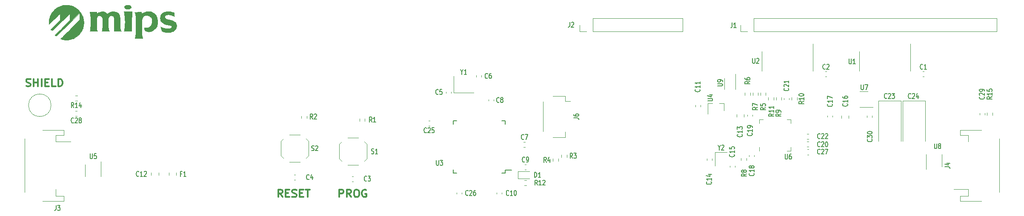
<source format=gto>
G04 #@! TF.GenerationSoftware,KiCad,Pcbnew,(5.1.9)-1*
G04 #@! TF.CreationDate,2021-08-18T12:48:30-04:00*
G04 #@! TF.ProjectId,si-mips-main-board,73692d6d-6970-4732-9d6d-61696e2d626f,rev?*
G04 #@! TF.SameCoordinates,Original*
G04 #@! TF.FileFunction,Legend,Top*
G04 #@! TF.FilePolarity,Positive*
%FSLAX46Y46*%
G04 Gerber Fmt 4.6, Leading zero omitted, Abs format (unit mm)*
G04 Created by KiCad (PCBNEW (5.1.9)-1) date 2021-08-18 12:48:30*
%MOMM*%
%LPD*%
G01*
G04 APERTURE LIST*
%ADD10C,0.300000*%
%ADD11C,0.010000*%
%ADD12C,0.120000*%
%ADD13C,0.150000*%
G04 APERTURE END LIST*
D10*
X118071428Y-103278571D02*
X118071428Y-101778571D01*
X118642857Y-101778571D01*
X118785714Y-101850000D01*
X118857142Y-101921428D01*
X118928571Y-102064285D01*
X118928571Y-102278571D01*
X118857142Y-102421428D01*
X118785714Y-102492857D01*
X118642857Y-102564285D01*
X118071428Y-102564285D01*
X120428571Y-103278571D02*
X119928571Y-102564285D01*
X119571428Y-103278571D02*
X119571428Y-101778571D01*
X120142857Y-101778571D01*
X120285714Y-101850000D01*
X120357142Y-101921428D01*
X120428571Y-102064285D01*
X120428571Y-102278571D01*
X120357142Y-102421428D01*
X120285714Y-102492857D01*
X120142857Y-102564285D01*
X119571428Y-102564285D01*
X121357142Y-101778571D02*
X121642857Y-101778571D01*
X121785714Y-101850000D01*
X121928571Y-101992857D01*
X122000000Y-102278571D01*
X122000000Y-102778571D01*
X121928571Y-103064285D01*
X121785714Y-103207142D01*
X121642857Y-103278571D01*
X121357142Y-103278571D01*
X121214285Y-103207142D01*
X121071428Y-103064285D01*
X121000000Y-102778571D01*
X121000000Y-102278571D01*
X121071428Y-101992857D01*
X121214285Y-101850000D01*
X121357142Y-101778571D01*
X123428571Y-101850000D02*
X123285714Y-101778571D01*
X123071428Y-101778571D01*
X122857142Y-101850000D01*
X122714285Y-101992857D01*
X122642857Y-102135714D01*
X122571428Y-102421428D01*
X122571428Y-102635714D01*
X122642857Y-102921428D01*
X122714285Y-103064285D01*
X122857142Y-103207142D01*
X123071428Y-103278571D01*
X123214285Y-103278571D01*
X123428571Y-103207142D01*
X123500000Y-103135714D01*
X123500000Y-102635714D01*
X123214285Y-102635714D01*
X106771428Y-103278571D02*
X106271428Y-102564285D01*
X105914285Y-103278571D02*
X105914285Y-101778571D01*
X106485714Y-101778571D01*
X106628571Y-101850000D01*
X106700000Y-101921428D01*
X106771428Y-102064285D01*
X106771428Y-102278571D01*
X106700000Y-102421428D01*
X106628571Y-102492857D01*
X106485714Y-102564285D01*
X105914285Y-102564285D01*
X107414285Y-102492857D02*
X107914285Y-102492857D01*
X108128571Y-103278571D02*
X107414285Y-103278571D01*
X107414285Y-101778571D01*
X108128571Y-101778571D01*
X108700000Y-103207142D02*
X108914285Y-103278571D01*
X109271428Y-103278571D01*
X109414285Y-103207142D01*
X109485714Y-103135714D01*
X109557142Y-102992857D01*
X109557142Y-102850000D01*
X109485714Y-102707142D01*
X109414285Y-102635714D01*
X109271428Y-102564285D01*
X108985714Y-102492857D01*
X108842857Y-102421428D01*
X108771428Y-102350000D01*
X108700000Y-102207142D01*
X108700000Y-102064285D01*
X108771428Y-101921428D01*
X108842857Y-101850000D01*
X108985714Y-101778571D01*
X109342857Y-101778571D01*
X109557142Y-101850000D01*
X110200000Y-102492857D02*
X110700000Y-102492857D01*
X110914285Y-103278571D02*
X110200000Y-103278571D01*
X110200000Y-101778571D01*
X110914285Y-101778571D01*
X111342857Y-101778571D02*
X112200000Y-101778571D01*
X111771428Y-103278571D02*
X111771428Y-101778571D01*
X55792857Y-81187142D02*
X56007142Y-81258571D01*
X56364285Y-81258571D01*
X56507142Y-81187142D01*
X56578571Y-81115714D01*
X56650000Y-80972857D01*
X56650000Y-80830000D01*
X56578571Y-80687142D01*
X56507142Y-80615714D01*
X56364285Y-80544285D01*
X56078571Y-80472857D01*
X55935714Y-80401428D01*
X55864285Y-80330000D01*
X55792857Y-80187142D01*
X55792857Y-80044285D01*
X55864285Y-79901428D01*
X55935714Y-79830000D01*
X56078571Y-79758571D01*
X56435714Y-79758571D01*
X56650000Y-79830000D01*
X57292857Y-81258571D02*
X57292857Y-79758571D01*
X57292857Y-80472857D02*
X58150000Y-80472857D01*
X58150000Y-81258571D02*
X58150000Y-79758571D01*
X58864285Y-81258571D02*
X58864285Y-79758571D01*
X59578571Y-80472857D02*
X60078571Y-80472857D01*
X60292857Y-81258571D02*
X59578571Y-81258571D01*
X59578571Y-79758571D01*
X60292857Y-79758571D01*
X61650000Y-81258571D02*
X60935714Y-81258571D01*
X60935714Y-79758571D01*
X62150000Y-81258571D02*
X62150000Y-79758571D01*
X62507142Y-79758571D01*
X62721428Y-79830000D01*
X62864285Y-79972857D01*
X62935714Y-80115714D01*
X63007142Y-80401428D01*
X63007142Y-80615714D01*
X62935714Y-80901428D01*
X62864285Y-81044285D01*
X62721428Y-81187142D01*
X62507142Y-81258571D01*
X62150000Y-81258571D01*
D11*
G04 #@! TO.C,G\u002A\u002A\u002A*
G36*
X76057624Y-65059321D02*
G01*
X76136331Y-65061285D01*
X76203597Y-65064635D01*
X76253464Y-65069363D01*
X76265286Y-65071262D01*
X76367675Y-65100641D01*
X76458169Y-65146361D01*
X76533883Y-65205892D01*
X76591936Y-65276704D01*
X76629444Y-65356264D01*
X76639846Y-65400096D01*
X76639525Y-65474729D01*
X76616349Y-65547356D01*
X76572851Y-65615312D01*
X76511567Y-65675932D01*
X76435032Y-65726550D01*
X76345782Y-65764502D01*
X76276346Y-65782248D01*
X76239104Y-65786547D01*
X76182000Y-65789774D01*
X76110440Y-65791938D01*
X76029828Y-65793048D01*
X75945569Y-65793110D01*
X75863070Y-65792134D01*
X75787735Y-65790129D01*
X75724969Y-65787102D01*
X75680177Y-65783061D01*
X75669238Y-65781310D01*
X75570758Y-65752451D01*
X75484251Y-65708371D01*
X75412389Y-65651674D01*
X75357845Y-65584961D01*
X75323292Y-65510833D01*
X75311400Y-65432949D01*
X75323602Y-65353551D01*
X75358397Y-65278787D01*
X75413064Y-65211187D01*
X75484881Y-65153284D01*
X75571128Y-65107606D01*
X75669085Y-65076685D01*
X75701026Y-65070554D01*
X75747558Y-65065475D01*
X75812443Y-65061820D01*
X75889721Y-65059581D01*
X75973434Y-65058750D01*
X76057624Y-65059321D01*
G37*
X76057624Y-65059321D02*
X76136331Y-65061285D01*
X76203597Y-65064635D01*
X76253464Y-65069363D01*
X76265286Y-65071262D01*
X76367675Y-65100641D01*
X76458169Y-65146361D01*
X76533883Y-65205892D01*
X76591936Y-65276704D01*
X76629444Y-65356264D01*
X76639846Y-65400096D01*
X76639525Y-65474729D01*
X76616349Y-65547356D01*
X76572851Y-65615312D01*
X76511567Y-65675932D01*
X76435032Y-65726550D01*
X76345782Y-65764502D01*
X76276346Y-65782248D01*
X76239104Y-65786547D01*
X76182000Y-65789774D01*
X76110440Y-65791938D01*
X76029828Y-65793048D01*
X75945569Y-65793110D01*
X75863070Y-65792134D01*
X75787735Y-65790129D01*
X75724969Y-65787102D01*
X75680177Y-65783061D01*
X75669238Y-65781310D01*
X75570758Y-65752451D01*
X75484251Y-65708371D01*
X75412389Y-65651674D01*
X75357845Y-65584961D01*
X75323292Y-65510833D01*
X75311400Y-65432949D01*
X75323602Y-65353551D01*
X75358397Y-65278787D01*
X75413064Y-65211187D01*
X75484881Y-65153284D01*
X75571128Y-65107606D01*
X75669085Y-65076685D01*
X75701026Y-65070554D01*
X75747558Y-65065475D01*
X75812443Y-65061820D01*
X75889721Y-65059581D01*
X75973434Y-65058750D01*
X76057624Y-65059321D01*
G36*
X76810213Y-66502925D02*
G01*
X76809647Y-66566280D01*
X76807943Y-66648143D01*
X76805298Y-66741655D01*
X76801911Y-66839958D01*
X76797978Y-66936196D01*
X76797328Y-66950600D01*
X76784751Y-67253189D01*
X76773754Y-67575942D01*
X76764446Y-67913662D01*
X76756935Y-68261154D01*
X76751332Y-68613224D01*
X76747745Y-68964676D01*
X76746283Y-69310316D01*
X76746256Y-69379475D01*
X76746500Y-70252600D01*
X75997200Y-70252600D01*
X75861860Y-70252491D01*
X75734378Y-70252180D01*
X75616968Y-70251684D01*
X75511843Y-70251024D01*
X75421217Y-70250219D01*
X75347303Y-70249289D01*
X75292315Y-70248252D01*
X75258467Y-70247128D01*
X75247900Y-70246028D01*
X75250379Y-70231527D01*
X75257037Y-70198016D01*
X75266699Y-70151315D01*
X75272850Y-70122203D01*
X75292718Y-70017928D01*
X75312791Y-69892349D01*
X75332677Y-69749557D01*
X75351980Y-69593641D01*
X75370306Y-69428691D01*
X75387260Y-69258796D01*
X75402449Y-69088045D01*
X75415478Y-68920530D01*
X75425952Y-68760338D01*
X75433477Y-68611561D01*
X75437659Y-68478287D01*
X75438400Y-68405647D01*
X75436747Y-68303890D01*
X75432011Y-68180749D01*
X75424528Y-68040012D01*
X75414631Y-67885465D01*
X75402656Y-67720893D01*
X75388937Y-67550083D01*
X75373809Y-67376821D01*
X75357607Y-67204894D01*
X75340666Y-67038088D01*
X75323320Y-66880188D01*
X75305904Y-66734981D01*
X75288753Y-66606253D01*
X75272201Y-66497791D01*
X75267089Y-66468000D01*
X75258416Y-66418093D01*
X75251785Y-66377984D01*
X75248239Y-66354054D01*
X75247917Y-66350525D01*
X75260252Y-66348839D01*
X75295820Y-66347248D01*
X75352451Y-66345779D01*
X75427978Y-66344458D01*
X75520232Y-66343312D01*
X75627046Y-66342366D01*
X75746252Y-66341649D01*
X75875682Y-66341185D01*
X76013167Y-66341001D01*
X76028950Y-66341000D01*
X76810000Y-66341000D01*
X76810213Y-66502925D01*
G37*
X76810213Y-66502925D02*
X76809647Y-66566280D01*
X76807943Y-66648143D01*
X76805298Y-66741655D01*
X76801911Y-66839958D01*
X76797978Y-66936196D01*
X76797328Y-66950600D01*
X76784751Y-67253189D01*
X76773754Y-67575942D01*
X76764446Y-67913662D01*
X76756935Y-68261154D01*
X76751332Y-68613224D01*
X76747745Y-68964676D01*
X76746283Y-69310316D01*
X76746256Y-69379475D01*
X76746500Y-70252600D01*
X75997200Y-70252600D01*
X75861860Y-70252491D01*
X75734378Y-70252180D01*
X75616968Y-70251684D01*
X75511843Y-70251024D01*
X75421217Y-70250219D01*
X75347303Y-70249289D01*
X75292315Y-70248252D01*
X75258467Y-70247128D01*
X75247900Y-70246028D01*
X75250379Y-70231527D01*
X75257037Y-70198016D01*
X75266699Y-70151315D01*
X75272850Y-70122203D01*
X75292718Y-70017928D01*
X75312791Y-69892349D01*
X75332677Y-69749557D01*
X75351980Y-69593641D01*
X75370306Y-69428691D01*
X75387260Y-69258796D01*
X75402449Y-69088045D01*
X75415478Y-68920530D01*
X75425952Y-68760338D01*
X75433477Y-68611561D01*
X75437659Y-68478287D01*
X75438400Y-68405647D01*
X75436747Y-68303890D01*
X75432011Y-68180749D01*
X75424528Y-68040012D01*
X75414631Y-67885465D01*
X75402656Y-67720893D01*
X75388937Y-67550083D01*
X75373809Y-67376821D01*
X75357607Y-67204894D01*
X75340666Y-67038088D01*
X75323320Y-66880188D01*
X75305904Y-66734981D01*
X75288753Y-66606253D01*
X75272201Y-66497791D01*
X75267089Y-66468000D01*
X75258416Y-66418093D01*
X75251785Y-66377984D01*
X75248239Y-66354054D01*
X75247917Y-66350525D01*
X75260252Y-66348839D01*
X75295820Y-66347248D01*
X75352451Y-66345779D01*
X75427978Y-66344458D01*
X75520232Y-66343312D01*
X75627046Y-66342366D01*
X75746252Y-66341649D01*
X75875682Y-66341185D01*
X76013167Y-66341001D01*
X76028950Y-66341000D01*
X76810000Y-66341000D01*
X76810213Y-66502925D01*
G36*
X70972228Y-66336956D02*
G01*
X71033289Y-66341658D01*
X71082300Y-66346351D01*
X71158277Y-66354622D01*
X71216274Y-66363237D01*
X71263675Y-66373864D01*
X71307866Y-66388174D01*
X71356231Y-66407838D01*
X71358491Y-66408817D01*
X71433286Y-66444030D01*
X71501342Y-66482744D01*
X71567978Y-66528725D01*
X71638515Y-66585741D01*
X71718273Y-66657558D01*
X71743876Y-66681680D01*
X71878402Y-66809424D01*
X71921676Y-66773804D01*
X71994299Y-66719533D01*
X72084160Y-66660984D01*
X72185719Y-66601069D01*
X72293433Y-66542696D01*
X72401762Y-66488776D01*
X72505165Y-66442218D01*
X72598100Y-66405933D01*
X72658163Y-66387058D01*
X72747781Y-66368263D01*
X72854377Y-66354274D01*
X72969904Y-66345535D01*
X73086316Y-66342493D01*
X73195568Y-66345592D01*
X73273782Y-66352977D01*
X73467021Y-66388780D01*
X73644915Y-66441727D01*
X73806486Y-66511168D01*
X73950756Y-66596451D01*
X74076745Y-66696928D01*
X74183475Y-66811946D01*
X74269967Y-66940856D01*
X74322490Y-67049988D01*
X74337048Y-67086498D01*
X74350085Y-67121608D01*
X74361741Y-67156957D01*
X74372155Y-67194185D01*
X74381468Y-67234933D01*
X74389819Y-67280841D01*
X74397348Y-67333548D01*
X74404194Y-67394694D01*
X74410498Y-67465920D01*
X74416399Y-67548866D01*
X74422036Y-67645171D01*
X74427550Y-67756475D01*
X74433081Y-67884420D01*
X74438767Y-68030643D01*
X74444750Y-68196787D01*
X74451167Y-68384490D01*
X74458161Y-68595393D01*
X74460654Y-68671450D01*
X74466354Y-68843730D01*
X74471964Y-69009672D01*
X74477415Y-69167399D01*
X74482636Y-69315033D01*
X74487556Y-69450696D01*
X74492106Y-69572512D01*
X74496215Y-69678604D01*
X74499812Y-69767094D01*
X74502829Y-69836104D01*
X74505193Y-69883758D01*
X74506836Y-69908179D01*
X74507013Y-69909700D01*
X74520233Y-69962111D01*
X74545051Y-70024487D01*
X74577298Y-70088750D01*
X74612807Y-70146823D01*
X74647411Y-70190628D01*
X74656419Y-70199279D01*
X74683058Y-70223960D01*
X74699381Y-70241573D01*
X74701800Y-70245861D01*
X74689472Y-70247089D01*
X74653976Y-70248244D01*
X74597546Y-70249307D01*
X74522414Y-70250256D01*
X74430812Y-70251073D01*
X74324973Y-70251735D01*
X74207130Y-70252224D01*
X74079515Y-70252518D01*
X73965200Y-70252600D01*
X73807509Y-70252735D01*
X73673400Y-70252949D01*
X73561056Y-70252953D01*
X73468660Y-70252456D01*
X73394396Y-70251170D01*
X73336447Y-70248806D01*
X73292998Y-70245073D01*
X73262232Y-70239683D01*
X73242333Y-70232346D01*
X73231484Y-70222773D01*
X73227869Y-70210675D01*
X73229672Y-70195762D01*
X73235076Y-70177746D01*
X73242265Y-70156336D01*
X73247623Y-70138300D01*
X73257748Y-70097346D01*
X73266654Y-70053597D01*
X73274404Y-70005308D01*
X73281064Y-69950735D01*
X73286699Y-69888136D01*
X73291376Y-69815767D01*
X73295159Y-69731884D01*
X73298113Y-69634745D01*
X73300305Y-69522604D01*
X73301799Y-69393720D01*
X73302660Y-69246348D01*
X73302955Y-69078746D01*
X73302748Y-68889169D01*
X73302135Y-68684150D01*
X73298450Y-67680850D01*
X73263167Y-67576692D01*
X73221013Y-67478576D01*
X73164189Y-67385093D01*
X73096779Y-67301219D01*
X73022865Y-67231929D01*
X72946530Y-67182198D01*
X72934872Y-67176619D01*
X72861902Y-67151901D01*
X72774941Y-67135635D01*
X72684484Y-67129504D01*
X72646781Y-67130422D01*
X72593913Y-67135735D01*
X72547631Y-67147021D01*
X72497360Y-67167414D01*
X72459804Y-67185879D01*
X72372683Y-67240423D01*
X72298615Y-67309424D01*
X72235518Y-67395623D01*
X72181310Y-67501760D01*
X72142903Y-67602988D01*
X72111000Y-67698028D01*
X72111000Y-68637366D01*
X72111032Y-68815548D01*
X72111160Y-68970264D01*
X72111428Y-69103446D01*
X72111880Y-69217026D01*
X72112561Y-69312938D01*
X72113516Y-69393115D01*
X72114790Y-69459489D01*
X72116426Y-69513993D01*
X72118471Y-69558561D01*
X72120968Y-69595125D01*
X72123963Y-69625618D01*
X72127499Y-69651974D01*
X72131622Y-69676124D01*
X72135459Y-69695576D01*
X72159291Y-69806538D01*
X72181329Y-69896603D01*
X72203212Y-69970041D01*
X72226577Y-70031123D01*
X72253064Y-70084120D01*
X72284310Y-70133302D01*
X72321954Y-70182940D01*
X72322857Y-70184057D01*
X72346574Y-70214817D01*
X72361860Y-70237397D01*
X72365000Y-70244382D01*
X72352665Y-70245855D01*
X72317126Y-70247242D01*
X72260578Y-70248521D01*
X72185214Y-70249669D01*
X72093231Y-70250661D01*
X71986823Y-70251473D01*
X71868185Y-70252083D01*
X71739513Y-70252466D01*
X71603001Y-70252599D01*
X71603000Y-70252600D01*
X71466488Y-70252513D01*
X71337815Y-70252264D01*
X71219177Y-70251869D01*
X71112769Y-70251341D01*
X71020786Y-70250697D01*
X70945422Y-70249952D01*
X70888873Y-70249122D01*
X70853334Y-70248221D01*
X70841000Y-70247266D01*
X70843496Y-70233470D01*
X70850282Y-70199970D01*
X70860302Y-70151893D01*
X70871716Y-70098041D01*
X70886629Y-70024427D01*
X70899708Y-69950837D01*
X70911075Y-69875108D01*
X70920851Y-69795071D01*
X70929160Y-69708563D01*
X70936123Y-69613417D01*
X70941863Y-69507468D01*
X70946501Y-69388550D01*
X70950161Y-69254497D01*
X70952964Y-69103145D01*
X70955032Y-68932326D01*
X70956488Y-68739876D01*
X70957242Y-68582550D01*
X70960592Y-67718950D01*
X70931994Y-67630100D01*
X70885357Y-67513555D01*
X70823562Y-67401705D01*
X70755426Y-67308578D01*
X70718006Y-67266504D01*
X70685155Y-67235902D01*
X70649549Y-67211715D01*
X70603863Y-67188883D01*
X70547883Y-67165235D01*
X70439429Y-67134477D01*
X70326988Y-67128638D01*
X70211234Y-67147665D01*
X70092840Y-67191509D01*
X70072650Y-67201350D01*
X69998434Y-67252563D01*
X69930596Y-67327964D01*
X69883952Y-67400514D01*
X69870857Y-67423530D01*
X69859338Y-67444294D01*
X69849281Y-67464508D01*
X69840575Y-67485878D01*
X69833106Y-67510109D01*
X69826761Y-67538904D01*
X69821427Y-67573968D01*
X69816992Y-67617006D01*
X69813343Y-67669721D01*
X69810366Y-67733820D01*
X69807950Y-67811005D01*
X69805981Y-67902982D01*
X69804346Y-68011455D01*
X69802932Y-68138128D01*
X69801628Y-68284705D01*
X69800319Y-68452893D01*
X69798893Y-68644394D01*
X69798547Y-68690500D01*
X69797289Y-68856462D01*
X69796064Y-69015923D01*
X69794888Y-69166945D01*
X69793776Y-69307591D01*
X69792744Y-69435923D01*
X69791809Y-69550003D01*
X69790985Y-69647893D01*
X69790290Y-69727657D01*
X69789738Y-69787355D01*
X69789346Y-69825051D01*
X69789165Y-69837741D01*
X69799475Y-69914202D01*
X69832961Y-69995399D01*
X69888450Y-70078855D01*
X69922792Y-70119250D01*
X70003862Y-70208150D01*
X69943006Y-70215867D01*
X69917535Y-70217692D01*
X69869637Y-70219751D01*
X69802281Y-70221966D01*
X69718437Y-70224259D01*
X69621074Y-70226553D01*
X69513164Y-70228771D01*
X69397676Y-70230833D01*
X69329700Y-70231908D01*
X69206967Y-70233889D01*
X69086532Y-70236079D01*
X68971989Y-70238395D01*
X68866929Y-70240755D01*
X68774944Y-70243077D01*
X68699628Y-70245277D01*
X68644573Y-70247273D01*
X68628025Y-70248048D01*
X68563877Y-70251026D01*
X68520970Y-70251767D01*
X68495219Y-70249943D01*
X68482536Y-70245226D01*
X68478834Y-70237287D01*
X68478800Y-70236068D01*
X68480246Y-70219562D01*
X68484379Y-70180567D01*
X68490889Y-70121814D01*
X68499463Y-70046036D01*
X68509794Y-69955966D01*
X68521568Y-69854336D01*
X68534478Y-69743880D01*
X68541382Y-69685161D01*
X68563668Y-69491614D01*
X68582270Y-69319099D01*
X68597423Y-69163555D01*
X68609361Y-69020917D01*
X68618320Y-68887124D01*
X68624532Y-68758111D01*
X68628233Y-68629817D01*
X68629656Y-68498177D01*
X68629037Y-68359129D01*
X68626609Y-68208611D01*
X68626595Y-68207900D01*
X68620508Y-67974989D01*
X68612088Y-67762655D01*
X68600906Y-67566145D01*
X68586535Y-67380708D01*
X68568546Y-67201591D01*
X68546512Y-67024043D01*
X68520005Y-66843311D01*
X68488597Y-66654644D01*
X68484807Y-66633100D01*
X68473084Y-66566509D01*
X68462867Y-66507944D01*
X68455020Y-66462387D01*
X68450404Y-66434823D01*
X68449649Y-66429900D01*
X68451477Y-66424374D01*
X68460379Y-66420104D01*
X68478947Y-66416983D01*
X68509775Y-66414907D01*
X68555456Y-66413769D01*
X68618582Y-66413465D01*
X68701747Y-66413888D01*
X68807544Y-66414933D01*
X68815350Y-66415021D01*
X68931350Y-66415610D01*
X69058721Y-66415019D01*
X69189546Y-66413366D01*
X69315908Y-66410772D01*
X69429890Y-66407356D01*
X69493023Y-66404778D01*
X69578880Y-66400951D01*
X69655928Y-66397848D01*
X69720665Y-66395583D01*
X69769591Y-66394270D01*
X69799204Y-66394023D01*
X69806613Y-66394580D01*
X69809269Y-66408085D01*
X69813556Y-66442062D01*
X69818925Y-66491681D01*
X69824824Y-66552106D01*
X69826017Y-66565038D01*
X69841203Y-66731279D01*
X69939968Y-66670023D01*
X70063389Y-66600502D01*
X70202947Y-66533882D01*
X70351399Y-66472939D01*
X70501503Y-66420446D01*
X70646016Y-66379179D01*
X70764800Y-66354016D01*
X70827450Y-66343977D01*
X70877467Y-66337918D01*
X70923006Y-66335644D01*
X70972228Y-66336956D01*
G37*
X70972228Y-66336956D02*
X71033289Y-66341658D01*
X71082300Y-66346351D01*
X71158277Y-66354622D01*
X71216274Y-66363237D01*
X71263675Y-66373864D01*
X71307866Y-66388174D01*
X71356231Y-66407838D01*
X71358491Y-66408817D01*
X71433286Y-66444030D01*
X71501342Y-66482744D01*
X71567978Y-66528725D01*
X71638515Y-66585741D01*
X71718273Y-66657558D01*
X71743876Y-66681680D01*
X71878402Y-66809424D01*
X71921676Y-66773804D01*
X71994299Y-66719533D01*
X72084160Y-66660984D01*
X72185719Y-66601069D01*
X72293433Y-66542696D01*
X72401762Y-66488776D01*
X72505165Y-66442218D01*
X72598100Y-66405933D01*
X72658163Y-66387058D01*
X72747781Y-66368263D01*
X72854377Y-66354274D01*
X72969904Y-66345535D01*
X73086316Y-66342493D01*
X73195568Y-66345592D01*
X73273782Y-66352977D01*
X73467021Y-66388780D01*
X73644915Y-66441727D01*
X73806486Y-66511168D01*
X73950756Y-66596451D01*
X74076745Y-66696928D01*
X74183475Y-66811946D01*
X74269967Y-66940856D01*
X74322490Y-67049988D01*
X74337048Y-67086498D01*
X74350085Y-67121608D01*
X74361741Y-67156957D01*
X74372155Y-67194185D01*
X74381468Y-67234933D01*
X74389819Y-67280841D01*
X74397348Y-67333548D01*
X74404194Y-67394694D01*
X74410498Y-67465920D01*
X74416399Y-67548866D01*
X74422036Y-67645171D01*
X74427550Y-67756475D01*
X74433081Y-67884420D01*
X74438767Y-68030643D01*
X74444750Y-68196787D01*
X74451167Y-68384490D01*
X74458161Y-68595393D01*
X74460654Y-68671450D01*
X74466354Y-68843730D01*
X74471964Y-69009672D01*
X74477415Y-69167399D01*
X74482636Y-69315033D01*
X74487556Y-69450696D01*
X74492106Y-69572512D01*
X74496215Y-69678604D01*
X74499812Y-69767094D01*
X74502829Y-69836104D01*
X74505193Y-69883758D01*
X74506836Y-69908179D01*
X74507013Y-69909700D01*
X74520233Y-69962111D01*
X74545051Y-70024487D01*
X74577298Y-70088750D01*
X74612807Y-70146823D01*
X74647411Y-70190628D01*
X74656419Y-70199279D01*
X74683058Y-70223960D01*
X74699381Y-70241573D01*
X74701800Y-70245861D01*
X74689472Y-70247089D01*
X74653976Y-70248244D01*
X74597546Y-70249307D01*
X74522414Y-70250256D01*
X74430812Y-70251073D01*
X74324973Y-70251735D01*
X74207130Y-70252224D01*
X74079515Y-70252518D01*
X73965200Y-70252600D01*
X73807509Y-70252735D01*
X73673400Y-70252949D01*
X73561056Y-70252953D01*
X73468660Y-70252456D01*
X73394396Y-70251170D01*
X73336447Y-70248806D01*
X73292998Y-70245073D01*
X73262232Y-70239683D01*
X73242333Y-70232346D01*
X73231484Y-70222773D01*
X73227869Y-70210675D01*
X73229672Y-70195762D01*
X73235076Y-70177746D01*
X73242265Y-70156336D01*
X73247623Y-70138300D01*
X73257748Y-70097346D01*
X73266654Y-70053597D01*
X73274404Y-70005308D01*
X73281064Y-69950735D01*
X73286699Y-69888136D01*
X73291376Y-69815767D01*
X73295159Y-69731884D01*
X73298113Y-69634745D01*
X73300305Y-69522604D01*
X73301799Y-69393720D01*
X73302660Y-69246348D01*
X73302955Y-69078746D01*
X73302748Y-68889169D01*
X73302135Y-68684150D01*
X73298450Y-67680850D01*
X73263167Y-67576692D01*
X73221013Y-67478576D01*
X73164189Y-67385093D01*
X73096779Y-67301219D01*
X73022865Y-67231929D01*
X72946530Y-67182198D01*
X72934872Y-67176619D01*
X72861902Y-67151901D01*
X72774941Y-67135635D01*
X72684484Y-67129504D01*
X72646781Y-67130422D01*
X72593913Y-67135735D01*
X72547631Y-67147021D01*
X72497360Y-67167414D01*
X72459804Y-67185879D01*
X72372683Y-67240423D01*
X72298615Y-67309424D01*
X72235518Y-67395623D01*
X72181310Y-67501760D01*
X72142903Y-67602988D01*
X72111000Y-67698028D01*
X72111000Y-68637366D01*
X72111032Y-68815548D01*
X72111160Y-68970264D01*
X72111428Y-69103446D01*
X72111880Y-69217026D01*
X72112561Y-69312938D01*
X72113516Y-69393115D01*
X72114790Y-69459489D01*
X72116426Y-69513993D01*
X72118471Y-69558561D01*
X72120968Y-69595125D01*
X72123963Y-69625618D01*
X72127499Y-69651974D01*
X72131622Y-69676124D01*
X72135459Y-69695576D01*
X72159291Y-69806538D01*
X72181329Y-69896603D01*
X72203212Y-69970041D01*
X72226577Y-70031123D01*
X72253064Y-70084120D01*
X72284310Y-70133302D01*
X72321954Y-70182940D01*
X72322857Y-70184057D01*
X72346574Y-70214817D01*
X72361860Y-70237397D01*
X72365000Y-70244382D01*
X72352665Y-70245855D01*
X72317126Y-70247242D01*
X72260578Y-70248521D01*
X72185214Y-70249669D01*
X72093231Y-70250661D01*
X71986823Y-70251473D01*
X71868185Y-70252083D01*
X71739513Y-70252466D01*
X71603001Y-70252599D01*
X71603000Y-70252600D01*
X71466488Y-70252513D01*
X71337815Y-70252264D01*
X71219177Y-70251869D01*
X71112769Y-70251341D01*
X71020786Y-70250697D01*
X70945422Y-70249952D01*
X70888873Y-70249122D01*
X70853334Y-70248221D01*
X70841000Y-70247266D01*
X70843496Y-70233470D01*
X70850282Y-70199970D01*
X70860302Y-70151893D01*
X70871716Y-70098041D01*
X70886629Y-70024427D01*
X70899708Y-69950837D01*
X70911075Y-69875108D01*
X70920851Y-69795071D01*
X70929160Y-69708563D01*
X70936123Y-69613417D01*
X70941863Y-69507468D01*
X70946501Y-69388550D01*
X70950161Y-69254497D01*
X70952964Y-69103145D01*
X70955032Y-68932326D01*
X70956488Y-68739876D01*
X70957242Y-68582550D01*
X70960592Y-67718950D01*
X70931994Y-67630100D01*
X70885357Y-67513555D01*
X70823562Y-67401705D01*
X70755426Y-67308578D01*
X70718006Y-67266504D01*
X70685155Y-67235902D01*
X70649549Y-67211715D01*
X70603863Y-67188883D01*
X70547883Y-67165235D01*
X70439429Y-67134477D01*
X70326988Y-67128638D01*
X70211234Y-67147665D01*
X70092840Y-67191509D01*
X70072650Y-67201350D01*
X69998434Y-67252563D01*
X69930596Y-67327964D01*
X69883952Y-67400514D01*
X69870857Y-67423530D01*
X69859338Y-67444294D01*
X69849281Y-67464508D01*
X69840575Y-67485878D01*
X69833106Y-67510109D01*
X69826761Y-67538904D01*
X69821427Y-67573968D01*
X69816992Y-67617006D01*
X69813343Y-67669721D01*
X69810366Y-67733820D01*
X69807950Y-67811005D01*
X69805981Y-67902982D01*
X69804346Y-68011455D01*
X69802932Y-68138128D01*
X69801628Y-68284705D01*
X69800319Y-68452893D01*
X69798893Y-68644394D01*
X69798547Y-68690500D01*
X69797289Y-68856462D01*
X69796064Y-69015923D01*
X69794888Y-69166945D01*
X69793776Y-69307591D01*
X69792744Y-69435923D01*
X69791809Y-69550003D01*
X69790985Y-69647893D01*
X69790290Y-69727657D01*
X69789738Y-69787355D01*
X69789346Y-69825051D01*
X69789165Y-69837741D01*
X69799475Y-69914202D01*
X69832961Y-69995399D01*
X69888450Y-70078855D01*
X69922792Y-70119250D01*
X70003862Y-70208150D01*
X69943006Y-70215867D01*
X69917535Y-70217692D01*
X69869637Y-70219751D01*
X69802281Y-70221966D01*
X69718437Y-70224259D01*
X69621074Y-70226553D01*
X69513164Y-70228771D01*
X69397676Y-70230833D01*
X69329700Y-70231908D01*
X69206967Y-70233889D01*
X69086532Y-70236079D01*
X68971989Y-70238395D01*
X68866929Y-70240755D01*
X68774944Y-70243077D01*
X68699628Y-70245277D01*
X68644573Y-70247273D01*
X68628025Y-70248048D01*
X68563877Y-70251026D01*
X68520970Y-70251767D01*
X68495219Y-70249943D01*
X68482536Y-70245226D01*
X68478834Y-70237287D01*
X68478800Y-70236068D01*
X68480246Y-70219562D01*
X68484379Y-70180567D01*
X68490889Y-70121814D01*
X68499463Y-70046036D01*
X68509794Y-69955966D01*
X68521568Y-69854336D01*
X68534478Y-69743880D01*
X68541382Y-69685161D01*
X68563668Y-69491614D01*
X68582270Y-69319099D01*
X68597423Y-69163555D01*
X68609361Y-69020917D01*
X68618320Y-68887124D01*
X68624532Y-68758111D01*
X68628233Y-68629817D01*
X68629656Y-68498177D01*
X68629037Y-68359129D01*
X68626609Y-68208611D01*
X68626595Y-68207900D01*
X68620508Y-67974989D01*
X68612088Y-67762655D01*
X68600906Y-67566145D01*
X68586535Y-67380708D01*
X68568546Y-67201591D01*
X68546512Y-67024043D01*
X68520005Y-66843311D01*
X68488597Y-66654644D01*
X68484807Y-66633100D01*
X68473084Y-66566509D01*
X68462867Y-66507944D01*
X68455020Y-66462387D01*
X68450404Y-66434823D01*
X68449649Y-66429900D01*
X68451477Y-66424374D01*
X68460379Y-66420104D01*
X68478947Y-66416983D01*
X68509775Y-66414907D01*
X68555456Y-66413769D01*
X68618582Y-66413465D01*
X68701747Y-66413888D01*
X68807544Y-66414933D01*
X68815350Y-66415021D01*
X68931350Y-66415610D01*
X69058721Y-66415019D01*
X69189546Y-66413366D01*
X69315908Y-66410772D01*
X69429890Y-66407356D01*
X69493023Y-66404778D01*
X69578880Y-66400951D01*
X69655928Y-66397848D01*
X69720665Y-66395583D01*
X69769591Y-66394270D01*
X69799204Y-66394023D01*
X69806613Y-66394580D01*
X69809269Y-66408085D01*
X69813556Y-66442062D01*
X69818925Y-66491681D01*
X69824824Y-66552106D01*
X69826017Y-66565038D01*
X69841203Y-66731279D01*
X69939968Y-66670023D01*
X70063389Y-66600502D01*
X70202947Y-66533882D01*
X70351399Y-66472939D01*
X70501503Y-66420446D01*
X70646016Y-66379179D01*
X70764800Y-66354016D01*
X70827450Y-66343977D01*
X70877467Y-66337918D01*
X70923006Y-66335644D01*
X70972228Y-66336956D01*
G36*
X84179404Y-66317618D02*
G01*
X84232276Y-66320991D01*
X84284118Y-66326833D01*
X84341014Y-66335460D01*
X84372850Y-66340845D01*
X84481305Y-66360804D01*
X84591112Y-66383257D01*
X84699436Y-66407425D01*
X84803446Y-66432528D01*
X84900309Y-66457790D01*
X84987192Y-66482430D01*
X85061264Y-66505671D01*
X85119691Y-66526734D01*
X85159642Y-66544839D01*
X85178284Y-66559209D01*
X85179300Y-66562533D01*
X85180617Y-66578482D01*
X85184336Y-66616284D01*
X85190103Y-66672542D01*
X85197566Y-66743858D01*
X85206372Y-66826836D01*
X85216169Y-66918077D01*
X85216924Y-66925069D01*
X85226650Y-67016032D01*
X85235249Y-67098305D01*
X85242397Y-67168638D01*
X85247772Y-67223783D01*
X85251050Y-67260494D01*
X85251907Y-67275522D01*
X85251849Y-67275705D01*
X85239925Y-67271748D01*
X85208908Y-67259233D01*
X85162928Y-67239883D01*
X85106117Y-67215424D01*
X85077700Y-67203025D01*
X84925875Y-67141079D01*
X84769889Y-67085895D01*
X84614140Y-67038604D01*
X84463028Y-67000338D01*
X84320953Y-66972227D01*
X84192316Y-66955403D01*
X84096542Y-66950821D01*
X83965632Y-66957211D01*
X83838418Y-66975072D01*
X83719089Y-67003188D01*
X83611836Y-67040340D01*
X83520848Y-67085312D01*
X83450318Y-67136885D01*
X83447711Y-67139324D01*
X83389856Y-67209951D01*
X83354043Y-67289051D01*
X83339663Y-67373598D01*
X83346110Y-67460566D01*
X83372777Y-67546928D01*
X83419056Y-67629660D01*
X83484341Y-67705736D01*
X83568024Y-67772128D01*
X83575664Y-67777037D01*
X83627450Y-67806744D01*
X83685174Y-67833455D01*
X83751931Y-67858063D01*
X83830816Y-67881465D01*
X83924923Y-67904555D01*
X84037347Y-67928229D01*
X84171182Y-67953383D01*
X84207750Y-67959901D01*
X84309793Y-67978268D01*
X84395832Y-67994892D01*
X84470713Y-68011246D01*
X84539278Y-68028803D01*
X84606374Y-68049036D01*
X84676845Y-68073417D01*
X84755536Y-68103419D01*
X84847290Y-68140515D01*
X84956954Y-68186178D01*
X84969750Y-68191548D01*
X85108607Y-68254685D01*
X85225974Y-68319001D01*
X85325727Y-68386931D01*
X85411743Y-68460913D01*
X85434340Y-68483505D01*
X85518661Y-68582537D01*
X85582197Y-68685992D01*
X85629365Y-68801466D01*
X85640685Y-68838539D01*
X85667669Y-68939691D01*
X85685415Y-69024142D01*
X85694837Y-69098475D01*
X85696845Y-69169272D01*
X85694059Y-69223707D01*
X85667773Y-69396645D01*
X85617137Y-69562877D01*
X85542484Y-69721682D01*
X85444147Y-69872340D01*
X85332627Y-70003572D01*
X85227101Y-70098302D01*
X85097713Y-70186522D01*
X84945253Y-70267840D01*
X84770512Y-70341865D01*
X84574280Y-70408203D01*
X84442700Y-70445162D01*
X84376371Y-70462324D01*
X84323036Y-70475236D01*
X84277066Y-70484578D01*
X84232834Y-70491032D01*
X84184713Y-70495279D01*
X84127075Y-70497999D01*
X84054295Y-70499874D01*
X83979150Y-70501263D01*
X83881979Y-70502570D01*
X83805081Y-70502498D01*
X83743356Y-70500797D01*
X83691701Y-70497214D01*
X83645014Y-70491498D01*
X83598196Y-70483397D01*
X83591800Y-70482149D01*
X83480033Y-70457973D01*
X83363436Y-70428917D01*
X83246081Y-70396303D01*
X83132043Y-70361455D01*
X83025395Y-70325693D01*
X82930213Y-70290342D01*
X82850570Y-70256723D01*
X82790541Y-70226158D01*
X82776604Y-70217545D01*
X82729758Y-70186756D01*
X82629091Y-69778353D01*
X82605121Y-69680605D01*
X82583388Y-69591011D01*
X82564577Y-69512476D01*
X82549375Y-69447901D01*
X82538468Y-69400190D01*
X82532540Y-69372246D01*
X82531704Y-69366015D01*
X82543547Y-69370077D01*
X82574251Y-69383812D01*
X82620011Y-69405433D01*
X82677021Y-69433150D01*
X82723667Y-69456261D01*
X82848614Y-69514059D01*
X82987210Y-69570309D01*
X83131867Y-69622378D01*
X83274995Y-69667638D01*
X83409003Y-69703457D01*
X83483850Y-69719706D01*
X83654128Y-69744605D01*
X83835607Y-69756694D01*
X84017268Y-69755474D01*
X84118850Y-69748426D01*
X84269113Y-69729750D01*
X84395945Y-69704268D01*
X84500527Y-69671438D01*
X84584045Y-69630713D01*
X84647681Y-69581549D01*
X84692621Y-69523401D01*
X84714531Y-69474281D01*
X84731029Y-69410455D01*
X84732477Y-69355214D01*
X84718918Y-69296712D01*
X84715205Y-69285821D01*
X84678814Y-69218710D01*
X84621575Y-69159370D01*
X84547800Y-69112081D01*
X84533201Y-69105225D01*
X84485364Y-69088390D01*
X84415627Y-69070172D01*
X84327409Y-69051225D01*
X84224130Y-69032200D01*
X84109208Y-69013750D01*
X83986061Y-68996529D01*
X83922000Y-68988526D01*
X83831872Y-68975904D01*
X83748171Y-68959769D01*
X83666054Y-68938561D01*
X83580679Y-68910722D01*
X83487205Y-68874694D01*
X83380791Y-68828917D01*
X83273387Y-68779701D01*
X83121989Y-68704804D01*
X82991856Y-68631085D01*
X82879129Y-68555985D01*
X82779949Y-68476944D01*
X82695192Y-68396322D01*
X82622264Y-68314745D01*
X82567933Y-68238449D01*
X82528229Y-68161052D01*
X82501784Y-68085399D01*
X82473772Y-67969893D01*
X82457028Y-67853491D01*
X82450747Y-67728237D01*
X82453197Y-67605197D01*
X82468281Y-67416344D01*
X82495362Y-67247132D01*
X82534233Y-67098334D01*
X82584688Y-66970727D01*
X82646518Y-66865084D01*
X82653959Y-66854899D01*
X82737941Y-66759908D01*
X82842982Y-66669654D01*
X82964808Y-66586986D01*
X83099150Y-66514755D01*
X83241734Y-66455809D01*
X83263482Y-66448318D01*
X83378333Y-66410723D01*
X83475656Y-66381455D01*
X83561497Y-66359385D01*
X83641902Y-66343380D01*
X83722915Y-66332310D01*
X83810583Y-66325043D01*
X83910951Y-66320448D01*
X83953750Y-66319166D01*
X84046225Y-66317020D01*
X84119415Y-66316399D01*
X84179404Y-66317618D01*
G37*
X84179404Y-66317618D02*
X84232276Y-66320991D01*
X84284118Y-66326833D01*
X84341014Y-66335460D01*
X84372850Y-66340845D01*
X84481305Y-66360804D01*
X84591112Y-66383257D01*
X84699436Y-66407425D01*
X84803446Y-66432528D01*
X84900309Y-66457790D01*
X84987192Y-66482430D01*
X85061264Y-66505671D01*
X85119691Y-66526734D01*
X85159642Y-66544839D01*
X85178284Y-66559209D01*
X85179300Y-66562533D01*
X85180617Y-66578482D01*
X85184336Y-66616284D01*
X85190103Y-66672542D01*
X85197566Y-66743858D01*
X85206372Y-66826836D01*
X85216169Y-66918077D01*
X85216924Y-66925069D01*
X85226650Y-67016032D01*
X85235249Y-67098305D01*
X85242397Y-67168638D01*
X85247772Y-67223783D01*
X85251050Y-67260494D01*
X85251907Y-67275522D01*
X85251849Y-67275705D01*
X85239925Y-67271748D01*
X85208908Y-67259233D01*
X85162928Y-67239883D01*
X85106117Y-67215424D01*
X85077700Y-67203025D01*
X84925875Y-67141079D01*
X84769889Y-67085895D01*
X84614140Y-67038604D01*
X84463028Y-67000338D01*
X84320953Y-66972227D01*
X84192316Y-66955403D01*
X84096542Y-66950821D01*
X83965632Y-66957211D01*
X83838418Y-66975072D01*
X83719089Y-67003188D01*
X83611836Y-67040340D01*
X83520848Y-67085312D01*
X83450318Y-67136885D01*
X83447711Y-67139324D01*
X83389856Y-67209951D01*
X83354043Y-67289051D01*
X83339663Y-67373598D01*
X83346110Y-67460566D01*
X83372777Y-67546928D01*
X83419056Y-67629660D01*
X83484341Y-67705736D01*
X83568024Y-67772128D01*
X83575664Y-67777037D01*
X83627450Y-67806744D01*
X83685174Y-67833455D01*
X83751931Y-67858063D01*
X83830816Y-67881465D01*
X83924923Y-67904555D01*
X84037347Y-67928229D01*
X84171182Y-67953383D01*
X84207750Y-67959901D01*
X84309793Y-67978268D01*
X84395832Y-67994892D01*
X84470713Y-68011246D01*
X84539278Y-68028803D01*
X84606374Y-68049036D01*
X84676845Y-68073417D01*
X84755536Y-68103419D01*
X84847290Y-68140515D01*
X84956954Y-68186178D01*
X84969750Y-68191548D01*
X85108607Y-68254685D01*
X85225974Y-68319001D01*
X85325727Y-68386931D01*
X85411743Y-68460913D01*
X85434340Y-68483505D01*
X85518661Y-68582537D01*
X85582197Y-68685992D01*
X85629365Y-68801466D01*
X85640685Y-68838539D01*
X85667669Y-68939691D01*
X85685415Y-69024142D01*
X85694837Y-69098475D01*
X85696845Y-69169272D01*
X85694059Y-69223707D01*
X85667773Y-69396645D01*
X85617137Y-69562877D01*
X85542484Y-69721682D01*
X85444147Y-69872340D01*
X85332627Y-70003572D01*
X85227101Y-70098302D01*
X85097713Y-70186522D01*
X84945253Y-70267840D01*
X84770512Y-70341865D01*
X84574280Y-70408203D01*
X84442700Y-70445162D01*
X84376371Y-70462324D01*
X84323036Y-70475236D01*
X84277066Y-70484578D01*
X84232834Y-70491032D01*
X84184713Y-70495279D01*
X84127075Y-70497999D01*
X84054295Y-70499874D01*
X83979150Y-70501263D01*
X83881979Y-70502570D01*
X83805081Y-70502498D01*
X83743356Y-70500797D01*
X83691701Y-70497214D01*
X83645014Y-70491498D01*
X83598196Y-70483397D01*
X83591800Y-70482149D01*
X83480033Y-70457973D01*
X83363436Y-70428917D01*
X83246081Y-70396303D01*
X83132043Y-70361455D01*
X83025395Y-70325693D01*
X82930213Y-70290342D01*
X82850570Y-70256723D01*
X82790541Y-70226158D01*
X82776604Y-70217545D01*
X82729758Y-70186756D01*
X82629091Y-69778353D01*
X82605121Y-69680605D01*
X82583388Y-69591011D01*
X82564577Y-69512476D01*
X82549375Y-69447901D01*
X82538468Y-69400190D01*
X82532540Y-69372246D01*
X82531704Y-69366015D01*
X82543547Y-69370077D01*
X82574251Y-69383812D01*
X82620011Y-69405433D01*
X82677021Y-69433150D01*
X82723667Y-69456261D01*
X82848614Y-69514059D01*
X82987210Y-69570309D01*
X83131867Y-69622378D01*
X83274995Y-69667638D01*
X83409003Y-69703457D01*
X83483850Y-69719706D01*
X83654128Y-69744605D01*
X83835607Y-69756694D01*
X84017268Y-69755474D01*
X84118850Y-69748426D01*
X84269113Y-69729750D01*
X84395945Y-69704268D01*
X84500527Y-69671438D01*
X84584045Y-69630713D01*
X84647681Y-69581549D01*
X84692621Y-69523401D01*
X84714531Y-69474281D01*
X84731029Y-69410455D01*
X84732477Y-69355214D01*
X84718918Y-69296712D01*
X84715205Y-69285821D01*
X84678814Y-69218710D01*
X84621575Y-69159370D01*
X84547800Y-69112081D01*
X84533201Y-69105225D01*
X84485364Y-69088390D01*
X84415627Y-69070172D01*
X84327409Y-69051225D01*
X84224130Y-69032200D01*
X84109208Y-69013750D01*
X83986061Y-68996529D01*
X83922000Y-68988526D01*
X83831872Y-68975904D01*
X83748171Y-68959769D01*
X83666054Y-68938561D01*
X83580679Y-68910722D01*
X83487205Y-68874694D01*
X83380791Y-68828917D01*
X83273387Y-68779701D01*
X83121989Y-68704804D01*
X82991856Y-68631085D01*
X82879129Y-68555985D01*
X82779949Y-68476944D01*
X82695192Y-68396322D01*
X82622264Y-68314745D01*
X82567933Y-68238449D01*
X82528229Y-68161052D01*
X82501784Y-68085399D01*
X82473772Y-67969893D01*
X82457028Y-67853491D01*
X82450747Y-67728237D01*
X82453197Y-67605197D01*
X82468281Y-67416344D01*
X82495362Y-67247132D01*
X82534233Y-67098334D01*
X82584688Y-66970727D01*
X82646518Y-66865084D01*
X82653959Y-66854899D01*
X82737941Y-66759908D01*
X82842982Y-66669654D01*
X82964808Y-66586986D01*
X83099150Y-66514755D01*
X83241734Y-66455809D01*
X83263482Y-66448318D01*
X83378333Y-66410723D01*
X83475656Y-66381455D01*
X83561497Y-66359385D01*
X83641902Y-66343380D01*
X83722915Y-66332310D01*
X83810583Y-66325043D01*
X83910951Y-66320448D01*
X83953750Y-66319166D01*
X84046225Y-66317020D01*
X84119415Y-66316399D01*
X84179404Y-66317618D01*
G36*
X80235535Y-66305697D02*
G01*
X80248059Y-66306026D01*
X80330198Y-66308737D01*
X80393293Y-66312094D01*
X80443701Y-66316958D01*
X80487776Y-66324189D01*
X80531875Y-66334646D01*
X80582353Y-66349190D01*
X80594600Y-66352918D01*
X80727313Y-66402212D01*
X80866727Y-66469618D01*
X81007844Y-66551666D01*
X81145664Y-66644887D01*
X81275191Y-66745814D01*
X81391424Y-66850976D01*
X81489367Y-66956905D01*
X81519218Y-66994601D01*
X81608983Y-67127561D01*
X81687279Y-67273972D01*
X81754944Y-67436067D01*
X81812811Y-67616082D01*
X81861717Y-67816250D01*
X81896997Y-68004700D01*
X81904539Y-68055321D01*
X81909840Y-68104773D01*
X81913071Y-68158061D01*
X81914401Y-68220194D01*
X81913998Y-68296180D01*
X81912032Y-68391024D01*
X81911166Y-68423800D01*
X81902275Y-68614411D01*
X81886048Y-68784931D01*
X81861562Y-68939846D01*
X81827893Y-69083642D01*
X81784115Y-69220805D01*
X81729307Y-69355821D01*
X81710992Y-69395693D01*
X81688704Y-69442424D01*
X81669252Y-69480204D01*
X81649574Y-69512958D01*
X81626608Y-69544612D01*
X81597294Y-69579092D01*
X81558570Y-69620323D01*
X81507376Y-69672233D01*
X81453365Y-69726096D01*
X81348314Y-69827277D01*
X81251003Y-69912999D01*
X81154500Y-69988540D01*
X81051875Y-70059174D01*
X80936197Y-70130180D01*
X80880350Y-70162349D01*
X80787074Y-70210563D01*
X80684856Y-70255441D01*
X80581244Y-70294150D01*
X80483788Y-70323857D01*
X80404100Y-70341110D01*
X80329674Y-70349195D01*
X80242608Y-70353163D01*
X80152428Y-70353021D01*
X80068660Y-70348774D01*
X80003207Y-70340858D01*
X79908535Y-70319059D01*
X79800582Y-70285789D01*
X79687076Y-70243853D01*
X79575746Y-70196056D01*
X79495643Y-70156643D01*
X79342836Y-70076320D01*
X79289599Y-69793712D01*
X79274458Y-69712533D01*
X79261258Y-69640202D01*
X79250624Y-69580277D01*
X79243181Y-69536319D01*
X79239556Y-69511886D01*
X79239391Y-69508075D01*
X79252391Y-69508564D01*
X79284875Y-69512352D01*
X79331239Y-69518740D01*
X79362885Y-69523453D01*
X79551908Y-69545167D01*
X79724149Y-69549683D01*
X79881631Y-69536875D01*
X80026379Y-69506617D01*
X80117520Y-69476413D01*
X80209707Y-69431990D01*
X80305334Y-69370077D01*
X80399026Y-69295443D01*
X80485405Y-69212855D01*
X80559097Y-69127082D01*
X80614725Y-69042892D01*
X80622090Y-69028899D01*
X80688437Y-68881850D01*
X80742678Y-68726036D01*
X80782093Y-68577885D01*
X80795202Y-68519297D01*
X80804553Y-68468757D01*
X80810761Y-68419678D01*
X80814443Y-68365476D01*
X80816214Y-68299562D01*
X80816690Y-68215351D01*
X80816691Y-68207900D01*
X80812338Y-68045270D01*
X80798259Y-67903642D01*
X80772834Y-67779945D01*
X80734447Y-67671110D01*
X80681479Y-67574067D01*
X80612310Y-67485747D01*
X80525324Y-67403079D01*
X80418902Y-67322995D01*
X80315200Y-67256618D01*
X80217207Y-67204405D01*
X80110813Y-67162002D01*
X79990186Y-67127385D01*
X79870700Y-67102312D01*
X79712720Y-67082031D01*
X79569021Y-67082084D01*
X79437828Y-67103121D01*
X79317367Y-67145793D01*
X79205863Y-67210750D01*
X79101542Y-67298644D01*
X79002630Y-67410125D01*
X78991236Y-67424860D01*
X78913666Y-67543747D01*
X78859301Y-67668195D01*
X78826161Y-67803180D01*
X78818680Y-67858650D01*
X78816429Y-67892261D01*
X78814224Y-67950384D01*
X78812075Y-68032129D01*
X78809993Y-68136607D01*
X78807990Y-68262931D01*
X78806078Y-68410210D01*
X78804266Y-68577556D01*
X78802567Y-68764080D01*
X78800992Y-68968894D01*
X78799551Y-69191109D01*
X78798257Y-69429835D01*
X78797923Y-69499414D01*
X78790852Y-71013178D01*
X78841470Y-71239314D01*
X78859717Y-71319344D01*
X78878201Y-71397800D01*
X78895415Y-71468462D01*
X78909851Y-71525114D01*
X78917844Y-71554309D01*
X78930441Y-71599002D01*
X78939619Y-71633908D01*
X78943563Y-71652095D01*
X78943600Y-71652734D01*
X78931265Y-71654448D01*
X78895726Y-71656063D01*
X78839178Y-71657552D01*
X78763814Y-71658888D01*
X78671831Y-71660043D01*
X78565423Y-71660989D01*
X78446786Y-71661699D01*
X78318114Y-71662145D01*
X78181602Y-71662299D01*
X78181600Y-71662300D01*
X78023413Y-71662271D01*
X77888739Y-71662148D01*
X77775692Y-71661873D01*
X77682385Y-71661390D01*
X77606932Y-71660640D01*
X77547445Y-71659566D01*
X77502038Y-71658112D01*
X77468824Y-71656220D01*
X77445917Y-71653833D01*
X77431429Y-71650895D01*
X77423475Y-71647346D01*
X77420168Y-71643132D01*
X77419600Y-71639205D01*
X77423074Y-71613912D01*
X77431912Y-71575501D01*
X77437998Y-71553480D01*
X77449316Y-71508661D01*
X77463229Y-71443726D01*
X77478822Y-71363719D01*
X77495184Y-71273679D01*
X77511403Y-71178650D01*
X77526565Y-71083672D01*
X77539759Y-70993787D01*
X77541267Y-70982850D01*
X77544153Y-70959919D01*
X77546746Y-70934661D01*
X77549054Y-70905762D01*
X77551088Y-70871907D01*
X77552857Y-70831784D01*
X77554369Y-70784078D01*
X77555636Y-70727477D01*
X77556665Y-70660666D01*
X77557466Y-70582332D01*
X77558049Y-70491162D01*
X77558423Y-70385841D01*
X77558597Y-70265056D01*
X77558581Y-70127494D01*
X77558384Y-69971841D01*
X77558016Y-69796783D01*
X77557485Y-69601007D01*
X77556802Y-69383199D01*
X77555975Y-69142045D01*
X77555449Y-68995300D01*
X77548794Y-67160150D01*
X77516765Y-66982350D01*
X77491843Y-66861314D01*
X77462539Y-66748283D01*
X77430329Y-66648044D01*
X77396691Y-66565382D01*
X77375408Y-66524444D01*
X77356944Y-66491599D01*
X77345379Y-66468450D01*
X77343400Y-66462563D01*
X77355576Y-66460722D01*
X77390008Y-66459052D01*
X77443554Y-66457615D01*
X77513070Y-66456473D01*
X77595412Y-66455688D01*
X77687438Y-66455319D01*
X77715001Y-66455299D01*
X77987119Y-66451570D01*
X78255134Y-66440642D01*
X78510868Y-66422907D01*
X78633828Y-66411378D01*
X78698706Y-66404700D01*
X78721258Y-66568936D01*
X78743811Y-66733172D01*
X78910380Y-66649550D01*
X79113748Y-66552972D01*
X79308715Y-66471420D01*
X79493205Y-66405604D01*
X79665138Y-66356230D01*
X79822436Y-66324009D01*
X79892459Y-66314808D01*
X79962311Y-66309539D01*
X80048669Y-66306119D01*
X80142690Y-66304765D01*
X80235535Y-66305697D01*
G37*
X80235535Y-66305697D02*
X80248059Y-66306026D01*
X80330198Y-66308737D01*
X80393293Y-66312094D01*
X80443701Y-66316958D01*
X80487776Y-66324189D01*
X80531875Y-66334646D01*
X80582353Y-66349190D01*
X80594600Y-66352918D01*
X80727313Y-66402212D01*
X80866727Y-66469618D01*
X81007844Y-66551666D01*
X81145664Y-66644887D01*
X81275191Y-66745814D01*
X81391424Y-66850976D01*
X81489367Y-66956905D01*
X81519218Y-66994601D01*
X81608983Y-67127561D01*
X81687279Y-67273972D01*
X81754944Y-67436067D01*
X81812811Y-67616082D01*
X81861717Y-67816250D01*
X81896997Y-68004700D01*
X81904539Y-68055321D01*
X81909840Y-68104773D01*
X81913071Y-68158061D01*
X81914401Y-68220194D01*
X81913998Y-68296180D01*
X81912032Y-68391024D01*
X81911166Y-68423800D01*
X81902275Y-68614411D01*
X81886048Y-68784931D01*
X81861562Y-68939846D01*
X81827893Y-69083642D01*
X81784115Y-69220805D01*
X81729307Y-69355821D01*
X81710992Y-69395693D01*
X81688704Y-69442424D01*
X81669252Y-69480204D01*
X81649574Y-69512958D01*
X81626608Y-69544612D01*
X81597294Y-69579092D01*
X81558570Y-69620323D01*
X81507376Y-69672233D01*
X81453365Y-69726096D01*
X81348314Y-69827277D01*
X81251003Y-69912999D01*
X81154500Y-69988540D01*
X81051875Y-70059174D01*
X80936197Y-70130180D01*
X80880350Y-70162349D01*
X80787074Y-70210563D01*
X80684856Y-70255441D01*
X80581244Y-70294150D01*
X80483788Y-70323857D01*
X80404100Y-70341110D01*
X80329674Y-70349195D01*
X80242608Y-70353163D01*
X80152428Y-70353021D01*
X80068660Y-70348774D01*
X80003207Y-70340858D01*
X79908535Y-70319059D01*
X79800582Y-70285789D01*
X79687076Y-70243853D01*
X79575746Y-70196056D01*
X79495643Y-70156643D01*
X79342836Y-70076320D01*
X79289599Y-69793712D01*
X79274458Y-69712533D01*
X79261258Y-69640202D01*
X79250624Y-69580277D01*
X79243181Y-69536319D01*
X79239556Y-69511886D01*
X79239391Y-69508075D01*
X79252391Y-69508564D01*
X79284875Y-69512352D01*
X79331239Y-69518740D01*
X79362885Y-69523453D01*
X79551908Y-69545167D01*
X79724149Y-69549683D01*
X79881631Y-69536875D01*
X80026379Y-69506617D01*
X80117520Y-69476413D01*
X80209707Y-69431990D01*
X80305334Y-69370077D01*
X80399026Y-69295443D01*
X80485405Y-69212855D01*
X80559097Y-69127082D01*
X80614725Y-69042892D01*
X80622090Y-69028899D01*
X80688437Y-68881850D01*
X80742678Y-68726036D01*
X80782093Y-68577885D01*
X80795202Y-68519297D01*
X80804553Y-68468757D01*
X80810761Y-68419678D01*
X80814443Y-68365476D01*
X80816214Y-68299562D01*
X80816690Y-68215351D01*
X80816691Y-68207900D01*
X80812338Y-68045270D01*
X80798259Y-67903642D01*
X80772834Y-67779945D01*
X80734447Y-67671110D01*
X80681479Y-67574067D01*
X80612310Y-67485747D01*
X80525324Y-67403079D01*
X80418902Y-67322995D01*
X80315200Y-67256618D01*
X80217207Y-67204405D01*
X80110813Y-67162002D01*
X79990186Y-67127385D01*
X79870700Y-67102312D01*
X79712720Y-67082031D01*
X79569021Y-67082084D01*
X79437828Y-67103121D01*
X79317367Y-67145793D01*
X79205863Y-67210750D01*
X79101542Y-67298644D01*
X79002630Y-67410125D01*
X78991236Y-67424860D01*
X78913666Y-67543747D01*
X78859301Y-67668195D01*
X78826161Y-67803180D01*
X78818680Y-67858650D01*
X78816429Y-67892261D01*
X78814224Y-67950384D01*
X78812075Y-68032129D01*
X78809993Y-68136607D01*
X78807990Y-68262931D01*
X78806078Y-68410210D01*
X78804266Y-68577556D01*
X78802567Y-68764080D01*
X78800992Y-68968894D01*
X78799551Y-69191109D01*
X78798257Y-69429835D01*
X78797923Y-69499414D01*
X78790852Y-71013178D01*
X78841470Y-71239314D01*
X78859717Y-71319344D01*
X78878201Y-71397800D01*
X78895415Y-71468462D01*
X78909851Y-71525114D01*
X78917844Y-71554309D01*
X78930441Y-71599002D01*
X78939619Y-71633908D01*
X78943563Y-71652095D01*
X78943600Y-71652734D01*
X78931265Y-71654448D01*
X78895726Y-71656063D01*
X78839178Y-71657552D01*
X78763814Y-71658888D01*
X78671831Y-71660043D01*
X78565423Y-71660989D01*
X78446786Y-71661699D01*
X78318114Y-71662145D01*
X78181602Y-71662299D01*
X78181600Y-71662300D01*
X78023413Y-71662271D01*
X77888739Y-71662148D01*
X77775692Y-71661873D01*
X77682385Y-71661390D01*
X77606932Y-71660640D01*
X77547445Y-71659566D01*
X77502038Y-71658112D01*
X77468824Y-71656220D01*
X77445917Y-71653833D01*
X77431429Y-71650895D01*
X77423475Y-71647346D01*
X77420168Y-71643132D01*
X77419600Y-71639205D01*
X77423074Y-71613912D01*
X77431912Y-71575501D01*
X77437998Y-71553480D01*
X77449316Y-71508661D01*
X77463229Y-71443726D01*
X77478822Y-71363719D01*
X77495184Y-71273679D01*
X77511403Y-71178650D01*
X77526565Y-71083672D01*
X77539759Y-70993787D01*
X77541267Y-70982850D01*
X77544153Y-70959919D01*
X77546746Y-70934661D01*
X77549054Y-70905762D01*
X77551088Y-70871907D01*
X77552857Y-70831784D01*
X77554369Y-70784078D01*
X77555636Y-70727477D01*
X77556665Y-70660666D01*
X77557466Y-70582332D01*
X77558049Y-70491162D01*
X77558423Y-70385841D01*
X77558597Y-70265056D01*
X77558581Y-70127494D01*
X77558384Y-69971841D01*
X77558016Y-69796783D01*
X77557485Y-69601007D01*
X77556802Y-69383199D01*
X77555975Y-69142045D01*
X77555449Y-68995300D01*
X77548794Y-67160150D01*
X77516765Y-66982350D01*
X77491843Y-66861314D01*
X77462539Y-66748283D01*
X77430329Y-66648044D01*
X77396691Y-66565382D01*
X77375408Y-66524444D01*
X77356944Y-66491599D01*
X77345379Y-66468450D01*
X77343400Y-66462563D01*
X77355576Y-66460722D01*
X77390008Y-66459052D01*
X77443554Y-66457615D01*
X77513070Y-66456473D01*
X77595412Y-66455688D01*
X77687438Y-66455319D01*
X77715001Y-66455299D01*
X77987119Y-66451570D01*
X78255134Y-66440642D01*
X78510868Y-66422907D01*
X78633828Y-66411378D01*
X78698706Y-66404700D01*
X78721258Y-66568936D01*
X78743811Y-66733172D01*
X78910380Y-66649550D01*
X79113748Y-66552972D01*
X79308715Y-66471420D01*
X79493205Y-66405604D01*
X79665138Y-66356230D01*
X79822436Y-66324009D01*
X79892459Y-66314808D01*
X79962311Y-66309539D01*
X80048669Y-66306119D01*
X80142690Y-66304765D01*
X80235535Y-66305697D01*
G36*
X63871652Y-65040338D02*
G01*
X64009450Y-65044305D01*
X64136807Y-65051450D01*
X64247788Y-65061774D01*
X64294150Y-65067957D01*
X64515734Y-65110855D01*
X64743983Y-65172784D01*
X64973861Y-65251618D01*
X65200335Y-65345236D01*
X65418372Y-65451512D01*
X65622937Y-65568325D01*
X65808997Y-65693550D01*
X65849845Y-65724240D01*
X66061878Y-65902375D01*
X66262746Y-66101763D01*
X66450593Y-66320020D01*
X66623557Y-66554763D01*
X66779780Y-66803612D01*
X66917404Y-67064182D01*
X66950455Y-67134750D01*
X67011126Y-67282867D01*
X67067418Y-67449575D01*
X67117627Y-67628206D01*
X67160051Y-67812093D01*
X67192989Y-67994567D01*
X67214738Y-68168960D01*
X67214897Y-68170681D01*
X67225996Y-68308460D01*
X67231938Y-68430711D01*
X67232725Y-68546777D01*
X67228359Y-68666001D01*
X67218842Y-68797726D01*
X67215042Y-68840439D01*
X67202659Y-68955991D01*
X67186906Y-69064974D01*
X67166564Y-69172962D01*
X67140410Y-69285531D01*
X67107226Y-69408254D01*
X67065791Y-69546705D01*
X67047994Y-69603444D01*
X66995424Y-69759619D01*
X66941093Y-69899303D01*
X66881063Y-70031121D01*
X66811397Y-70163700D01*
X66728156Y-70305668D01*
X66725320Y-70310306D01*
X66585372Y-70525075D01*
X66439127Y-70721183D01*
X66284106Y-70900794D01*
X66117827Y-71066072D01*
X65937812Y-71219183D01*
X65741578Y-71362292D01*
X65526648Y-71497562D01*
X65290539Y-71627159D01*
X65119650Y-71711709D01*
X65030700Y-71749483D01*
X64921927Y-71788339D01*
X64798784Y-71826857D01*
X64666723Y-71863617D01*
X64531198Y-71897196D01*
X64397660Y-71926176D01*
X64271564Y-71949134D01*
X64158361Y-71964650D01*
X64142719Y-71966258D01*
X64058818Y-71972327D01*
X63958680Y-71976191D01*
X63848715Y-71977900D01*
X63735334Y-71977506D01*
X63624948Y-71975058D01*
X63523966Y-71970609D01*
X63438801Y-71964208D01*
X63405150Y-71960422D01*
X63252805Y-71938080D01*
X63117910Y-71912254D01*
X62992553Y-71880856D01*
X62868820Y-71841798D01*
X62738800Y-71792990D01*
X62680664Y-71769187D01*
X62632807Y-71749191D01*
X62798418Y-71581920D01*
X62824413Y-71555667D01*
X62867297Y-71512358D01*
X62926089Y-71452985D01*
X62999806Y-71378540D01*
X63087466Y-71290017D01*
X63188085Y-71188406D01*
X63300682Y-71074700D01*
X63424274Y-70949891D01*
X63557879Y-70814972D01*
X63700513Y-70670934D01*
X63851195Y-70518770D01*
X64008942Y-70359472D01*
X64172771Y-70194032D01*
X64341700Y-70023442D01*
X64514746Y-69848695D01*
X64667314Y-69694628D01*
X66370600Y-67974607D01*
X66370294Y-67313378D01*
X66369988Y-66652150D01*
X61868450Y-71165588D01*
X61804950Y-71172452D01*
X61754218Y-71173234D01*
X61696421Y-71167471D01*
X61668377Y-71162114D01*
X61619285Y-71146778D01*
X61571340Y-71125497D01*
X61530498Y-71101690D01*
X61502716Y-71078776D01*
X61493800Y-71061914D01*
X61502583Y-71051304D01*
X61528314Y-71023602D01*
X61570062Y-70979759D01*
X61626897Y-70920725D01*
X61697889Y-70847452D01*
X61782107Y-70760890D01*
X61878621Y-70661991D01*
X61986502Y-70551706D01*
X62104819Y-70430985D01*
X62232641Y-70300780D01*
X62369039Y-70162041D01*
X62513083Y-70015719D01*
X62663842Y-69862766D01*
X62820386Y-69704132D01*
X62973350Y-69549302D01*
X64452900Y-68052515D01*
X64452900Y-67396941D01*
X64452899Y-66741367D01*
X64265575Y-66926848D01*
X64235615Y-66956394D01*
X64188601Y-67002599D01*
X64125649Y-67064370D01*
X64047872Y-67140616D01*
X63956385Y-67230247D01*
X63852305Y-67332171D01*
X63736745Y-67445297D01*
X63610821Y-67568533D01*
X63475648Y-67700788D01*
X63332341Y-67840972D01*
X63182015Y-67987992D01*
X63025785Y-68140758D01*
X62864765Y-68298178D01*
X62700072Y-68459160D01*
X62587218Y-68569454D01*
X62384444Y-68767538D01*
X62199068Y-68948451D01*
X62030399Y-69112855D01*
X61877745Y-69261413D01*
X61740417Y-69394784D01*
X61617722Y-69513631D01*
X61508971Y-69618615D01*
X61413472Y-69710398D01*
X61330534Y-69789641D01*
X61259466Y-69857004D01*
X61199578Y-69913151D01*
X61150179Y-69958742D01*
X61110577Y-69994438D01*
X61080082Y-70020901D01*
X61058002Y-70038793D01*
X61043648Y-70048775D01*
X61039940Y-70050689D01*
X60964974Y-70072412D01*
X60892114Y-70071313D01*
X60818809Y-70046837D01*
X60742508Y-69998432D01*
X60721659Y-69981688D01*
X60668834Y-69937554D01*
X61602017Y-68987599D01*
X62535200Y-68037643D01*
X62535200Y-66729145D01*
X62462175Y-66800422D01*
X62443425Y-66818625D01*
X62407661Y-66853251D01*
X62356141Y-66903081D01*
X62290125Y-66966899D01*
X62210874Y-67043487D01*
X62119648Y-67131628D01*
X62017707Y-67230104D01*
X61906310Y-67337699D01*
X61786719Y-67453195D01*
X61660193Y-67575373D01*
X61527993Y-67703018D01*
X61391378Y-67834912D01*
X61354100Y-67870900D01*
X60319050Y-68870099D01*
X60308587Y-68758074D01*
X60302529Y-68655410D01*
X60301211Y-68535175D01*
X60304294Y-68404690D01*
X60311440Y-68271271D01*
X60322311Y-68142236D01*
X60336569Y-68024904D01*
X60344856Y-67972950D01*
X60378765Y-67794553D01*
X60415366Y-67634003D01*
X60456966Y-67483817D01*
X60505878Y-67336512D01*
X60564409Y-67184607D01*
X60634871Y-67020619D01*
X60647548Y-66992446D01*
X60673818Y-66936201D01*
X60700923Y-66882564D01*
X60730914Y-66828213D01*
X60765844Y-66769824D01*
X60807767Y-66704076D01*
X60858736Y-66627646D01*
X60920803Y-66537212D01*
X60990899Y-66436751D01*
X61057790Y-66348419D01*
X61140943Y-66249791D01*
X61235964Y-66145347D01*
X61338455Y-66039569D01*
X61444022Y-65936936D01*
X61548267Y-65841931D01*
X61646796Y-65759033D01*
X61685159Y-65729098D01*
X61863766Y-65604593D01*
X62060767Y-65487238D01*
X62271098Y-65379197D01*
X62489694Y-65282630D01*
X62711491Y-65199698D01*
X62931425Y-65132565D01*
X63144430Y-65083390D01*
X63233700Y-65068144D01*
X63334706Y-65056234D01*
X63454938Y-65047498D01*
X63588462Y-65041936D01*
X63729344Y-65039549D01*
X63871652Y-65040338D01*
G37*
X63871652Y-65040338D02*
X64009450Y-65044305D01*
X64136807Y-65051450D01*
X64247788Y-65061774D01*
X64294150Y-65067957D01*
X64515734Y-65110855D01*
X64743983Y-65172784D01*
X64973861Y-65251618D01*
X65200335Y-65345236D01*
X65418372Y-65451512D01*
X65622937Y-65568325D01*
X65808997Y-65693550D01*
X65849845Y-65724240D01*
X66061878Y-65902375D01*
X66262746Y-66101763D01*
X66450593Y-66320020D01*
X66623557Y-66554763D01*
X66779780Y-66803612D01*
X66917404Y-67064182D01*
X66950455Y-67134750D01*
X67011126Y-67282867D01*
X67067418Y-67449575D01*
X67117627Y-67628206D01*
X67160051Y-67812093D01*
X67192989Y-67994567D01*
X67214738Y-68168960D01*
X67214897Y-68170681D01*
X67225996Y-68308460D01*
X67231938Y-68430711D01*
X67232725Y-68546777D01*
X67228359Y-68666001D01*
X67218842Y-68797726D01*
X67215042Y-68840439D01*
X67202659Y-68955991D01*
X67186906Y-69064974D01*
X67166564Y-69172962D01*
X67140410Y-69285531D01*
X67107226Y-69408254D01*
X67065791Y-69546705D01*
X67047994Y-69603444D01*
X66995424Y-69759619D01*
X66941093Y-69899303D01*
X66881063Y-70031121D01*
X66811397Y-70163700D01*
X66728156Y-70305668D01*
X66725320Y-70310306D01*
X66585372Y-70525075D01*
X66439127Y-70721183D01*
X66284106Y-70900794D01*
X66117827Y-71066072D01*
X65937812Y-71219183D01*
X65741578Y-71362292D01*
X65526648Y-71497562D01*
X65290539Y-71627159D01*
X65119650Y-71711709D01*
X65030700Y-71749483D01*
X64921927Y-71788339D01*
X64798784Y-71826857D01*
X64666723Y-71863617D01*
X64531198Y-71897196D01*
X64397660Y-71926176D01*
X64271564Y-71949134D01*
X64158361Y-71964650D01*
X64142719Y-71966258D01*
X64058818Y-71972327D01*
X63958680Y-71976191D01*
X63848715Y-71977900D01*
X63735334Y-71977506D01*
X63624948Y-71975058D01*
X63523966Y-71970609D01*
X63438801Y-71964208D01*
X63405150Y-71960422D01*
X63252805Y-71938080D01*
X63117910Y-71912254D01*
X62992553Y-71880856D01*
X62868820Y-71841798D01*
X62738800Y-71792990D01*
X62680664Y-71769187D01*
X62632807Y-71749191D01*
X62798418Y-71581920D01*
X62824413Y-71555667D01*
X62867297Y-71512358D01*
X62926089Y-71452985D01*
X62999806Y-71378540D01*
X63087466Y-71290017D01*
X63188085Y-71188406D01*
X63300682Y-71074700D01*
X63424274Y-70949891D01*
X63557879Y-70814972D01*
X63700513Y-70670934D01*
X63851195Y-70518770D01*
X64008942Y-70359472D01*
X64172771Y-70194032D01*
X64341700Y-70023442D01*
X64514746Y-69848695D01*
X64667314Y-69694628D01*
X66370600Y-67974607D01*
X66370294Y-67313378D01*
X66369988Y-66652150D01*
X61868450Y-71165588D01*
X61804950Y-71172452D01*
X61754218Y-71173234D01*
X61696421Y-71167471D01*
X61668377Y-71162114D01*
X61619285Y-71146778D01*
X61571340Y-71125497D01*
X61530498Y-71101690D01*
X61502716Y-71078776D01*
X61493800Y-71061914D01*
X61502583Y-71051304D01*
X61528314Y-71023602D01*
X61570062Y-70979759D01*
X61626897Y-70920725D01*
X61697889Y-70847452D01*
X61782107Y-70760890D01*
X61878621Y-70661991D01*
X61986502Y-70551706D01*
X62104819Y-70430985D01*
X62232641Y-70300780D01*
X62369039Y-70162041D01*
X62513083Y-70015719D01*
X62663842Y-69862766D01*
X62820386Y-69704132D01*
X62973350Y-69549302D01*
X64452900Y-68052515D01*
X64452900Y-67396941D01*
X64452899Y-66741367D01*
X64265575Y-66926848D01*
X64235615Y-66956394D01*
X64188601Y-67002599D01*
X64125649Y-67064370D01*
X64047872Y-67140616D01*
X63956385Y-67230247D01*
X63852305Y-67332171D01*
X63736745Y-67445297D01*
X63610821Y-67568533D01*
X63475648Y-67700788D01*
X63332341Y-67840972D01*
X63182015Y-67987992D01*
X63025785Y-68140758D01*
X62864765Y-68298178D01*
X62700072Y-68459160D01*
X62587218Y-68569454D01*
X62384444Y-68767538D01*
X62199068Y-68948451D01*
X62030399Y-69112855D01*
X61877745Y-69261413D01*
X61740417Y-69394784D01*
X61617722Y-69513631D01*
X61508971Y-69618615D01*
X61413472Y-69710398D01*
X61330534Y-69789641D01*
X61259466Y-69857004D01*
X61199578Y-69913151D01*
X61150179Y-69958742D01*
X61110577Y-69994438D01*
X61080082Y-70020901D01*
X61058002Y-70038793D01*
X61043648Y-70048775D01*
X61039940Y-70050689D01*
X60964974Y-70072412D01*
X60892114Y-70071313D01*
X60818809Y-70046837D01*
X60742508Y-69998432D01*
X60721659Y-69981688D01*
X60668834Y-69937554D01*
X61602017Y-68987599D01*
X62535200Y-68037643D01*
X62535200Y-66729145D01*
X62462175Y-66800422D01*
X62443425Y-66818625D01*
X62407661Y-66853251D01*
X62356141Y-66903081D01*
X62290125Y-66966899D01*
X62210874Y-67043487D01*
X62119648Y-67131628D01*
X62017707Y-67230104D01*
X61906310Y-67337699D01*
X61786719Y-67453195D01*
X61660193Y-67575373D01*
X61527993Y-67703018D01*
X61391378Y-67834912D01*
X61354100Y-67870900D01*
X60319050Y-68870099D01*
X60308587Y-68758074D01*
X60302529Y-68655410D01*
X60301211Y-68535175D01*
X60304294Y-68404690D01*
X60311440Y-68271271D01*
X60322311Y-68142236D01*
X60336569Y-68024904D01*
X60344856Y-67972950D01*
X60378765Y-67794553D01*
X60415366Y-67634003D01*
X60456966Y-67483817D01*
X60505878Y-67336512D01*
X60564409Y-67184607D01*
X60634871Y-67020619D01*
X60647548Y-66992446D01*
X60673818Y-66936201D01*
X60700923Y-66882564D01*
X60730914Y-66828213D01*
X60765844Y-66769824D01*
X60807767Y-66704076D01*
X60858736Y-66627646D01*
X60920803Y-66537212D01*
X60990899Y-66436751D01*
X61057790Y-66348419D01*
X61140943Y-66249791D01*
X61235964Y-66145347D01*
X61338455Y-66039569D01*
X61444022Y-65936936D01*
X61548267Y-65841931D01*
X61646796Y-65759033D01*
X61685159Y-65729098D01*
X61863766Y-65604593D01*
X62060767Y-65487238D01*
X62271098Y-65379197D01*
X62489694Y-65282630D01*
X62711491Y-65199698D01*
X62931425Y-65132565D01*
X63144430Y-65083390D01*
X63233700Y-65068144D01*
X63334706Y-65056234D01*
X63454938Y-65047498D01*
X63588462Y-65041936D01*
X63729344Y-65039549D01*
X63871652Y-65040338D01*
D12*
G04 #@! TO.C,U6*
X201650000Y-88565000D02*
X201650000Y-87840000D01*
X201650000Y-87840000D02*
X202375000Y-87840000D01*
X207870000Y-93335000D02*
X207870000Y-94060000D01*
X207870000Y-94060000D02*
X207145000Y-94060000D01*
X207870000Y-88565000D02*
X207870000Y-87840000D01*
X207870000Y-87840000D02*
X207145000Y-87840000D01*
X201650000Y-93335000D02*
X201650000Y-94060000D01*
G04 #@! TO.C,U5*
X67550000Y-96800000D02*
X67550000Y-99200000D01*
X70650000Y-99200000D02*
X70650000Y-96250000D01*
G04 #@! TO.C,U8*
X237950000Y-97200000D02*
X237950000Y-94800000D01*
X234850000Y-94800000D02*
X234850000Y-97750000D01*
G04 #@! TO.C,R12*
X154862742Y-99927500D02*
X155337258Y-99927500D01*
X154862742Y-100972500D02*
X155337258Y-100972500D01*
G04 #@! TO.C,D1*
X155900000Y-98165000D02*
X153615000Y-98165000D01*
X153615000Y-98165000D02*
X153615000Y-99635000D01*
X153615000Y-99635000D02*
X155900000Y-99635000D01*
G04 #@! TO.C,C24*
X230140000Y-84090000D02*
X230140000Y-92150000D01*
X234660000Y-84090000D02*
X230140000Y-84090000D01*
X234660000Y-92150000D02*
X234660000Y-84090000D01*
G04 #@! TO.C,C21*
X206540000Y-83840580D02*
X206540000Y-83559420D01*
X207560000Y-83840580D02*
X207560000Y-83559420D01*
G04 #@! TO.C,R11*
X203427500Y-83937258D02*
X203427500Y-83462742D01*
X204472500Y-83937258D02*
X204472500Y-83462742D01*
G04 #@! TO.C,R10*
X209122500Y-83462742D02*
X209122500Y-83937258D01*
X208077500Y-83462742D02*
X208077500Y-83937258D01*
G04 #@! TO.C,J6*
X158575000Y-84310000D02*
X158575000Y-90190000D01*
X163045000Y-91360000D02*
X163045000Y-90310000D01*
X160545000Y-91360000D02*
X163045000Y-91360000D01*
X163045000Y-84190000D02*
X164035000Y-84190000D01*
X163045000Y-83140000D02*
X163045000Y-84190000D01*
X160545000Y-83140000D02*
X163045000Y-83140000D01*
G04 #@! TO.C,U9*
X194660000Y-81790000D02*
X194660000Y-79590000D01*
X196860000Y-81790000D02*
X196860000Y-78790000D01*
G04 #@! TO.C,J5*
X60750000Y-85000000D02*
G75*
G03*
X60750000Y-85000000I-2250000J0D01*
G01*
G04 #@! TO.C,R15*
X246947500Y-86967258D02*
X246947500Y-86492742D01*
X247992500Y-86967258D02*
X247992500Y-86492742D01*
G04 #@! TO.C,R14*
X65997258Y-84112500D02*
X65522742Y-84112500D01*
X65997258Y-83067500D02*
X65522742Y-83067500D01*
G04 #@! TO.C,C29*
X245440000Y-86870580D02*
X245440000Y-86589420D01*
X246460000Y-86870580D02*
X246460000Y-86589420D01*
G04 #@! TO.C,C28*
X65880580Y-87150000D02*
X65599420Y-87150000D01*
X65880580Y-86130000D02*
X65599420Y-86130000D01*
G04 #@! TO.C,R5*
X202912500Y-82512742D02*
X202912500Y-82987258D01*
X201867500Y-82512742D02*
X201867500Y-82987258D01*
G04 #@! TO.C,C22*
X211137420Y-90710000D02*
X211418580Y-90710000D01*
X211137420Y-91730000D02*
X211418580Y-91730000D01*
G04 #@! TO.C,R6*
X198767500Y-82987258D02*
X198767500Y-82512742D01*
X199812500Y-82987258D02*
X199812500Y-82512742D01*
G04 #@! TO.C,R9*
X206022500Y-83462742D02*
X206022500Y-83937258D01*
X204977500Y-83462742D02*
X204977500Y-83937258D01*
G04 #@! TO.C,C14*
X192220000Y-95659420D02*
X192220000Y-95940580D01*
X191200000Y-95659420D02*
X191200000Y-95940580D01*
G04 #@! TO.C,C15*
X196790000Y-97059420D02*
X196790000Y-97340580D01*
X195770000Y-97059420D02*
X195770000Y-97340580D01*
G04 #@! TO.C,C18*
X200640000Y-94929420D02*
X200640000Y-95210580D01*
X199620000Y-94929420D02*
X199620000Y-95210580D01*
G04 #@! TO.C,C20*
X211137420Y-92250000D02*
X211418580Y-92250000D01*
X211137420Y-93270000D02*
X211418580Y-93270000D01*
G04 #@! TO.C,C27*
X211157420Y-93800000D02*
X211438580Y-93800000D01*
X211157420Y-94820000D02*
X211438580Y-94820000D01*
G04 #@! TO.C,C19*
X199230000Y-87180580D02*
X199230000Y-86899420D01*
X200250000Y-87180580D02*
X200250000Y-86899420D01*
G04 #@! TO.C,R7*
X200317500Y-82987258D02*
X200317500Y-82512742D01*
X201362500Y-82987258D02*
X201362500Y-82512742D01*
G04 #@! TO.C,R8*
X199042500Y-95517742D02*
X199042500Y-95992258D01*
X197997500Y-95517742D02*
X197997500Y-95992258D01*
G04 #@! TO.C,Y2*
X195150000Y-94378000D02*
X192850000Y-94378000D01*
X192850000Y-94378000D02*
X192850000Y-97078000D01*
G04 #@! TO.C,J4*
X245840000Y-104060000D02*
X241590000Y-104060000D01*
X241590000Y-104060000D02*
X241590000Y-103040000D01*
X241590000Y-103040000D02*
X243190000Y-103040000D01*
X243190000Y-103040000D02*
X243190000Y-101760000D01*
X243190000Y-101760000D02*
X240300000Y-101760000D01*
X245840000Y-89940000D02*
X241590000Y-89940000D01*
X241590000Y-89940000D02*
X241590000Y-90960000D01*
X241590000Y-90960000D02*
X243190000Y-90960000D01*
X243190000Y-90960000D02*
X243190000Y-92240000D01*
X249410000Y-102340000D02*
X249410000Y-91660000D01*
G04 #@! TO.C,J3*
X59060000Y-89940000D02*
X63310000Y-89940000D01*
X63310000Y-89940000D02*
X63310000Y-90960000D01*
X63310000Y-90960000D02*
X61710000Y-90960000D01*
X61710000Y-90960000D02*
X61710000Y-92240000D01*
X61710000Y-92240000D02*
X64600000Y-92240000D01*
X59060000Y-104060000D02*
X63310000Y-104060000D01*
X63310000Y-104060000D02*
X63310000Y-103040000D01*
X63310000Y-103040000D02*
X61710000Y-103040000D01*
X61710000Y-103040000D02*
X61710000Y-101760000D01*
X55490000Y-91660000D02*
X55490000Y-102340000D01*
G04 #@! TO.C,S2*
X108160000Y-90880000D02*
X110240000Y-90880000D01*
X111920000Y-95050000D02*
X111430000Y-95540000D01*
X108160000Y-96320000D02*
X110240000Y-96320000D01*
X111920000Y-92150000D02*
X111430000Y-91660000D01*
X111920000Y-92150000D02*
X111920000Y-95050000D01*
X106480000Y-92150000D02*
X106970000Y-91660000D01*
X106480000Y-92150000D02*
X106480000Y-95050000D01*
X106480000Y-95050000D02*
X106970000Y-95540000D01*
G04 #@! TO.C,S1*
X119760000Y-91480000D02*
X121840000Y-91480000D01*
X123520000Y-95650000D02*
X123030000Y-96140000D01*
X119760000Y-96920000D02*
X121840000Y-96920000D01*
X123520000Y-92750000D02*
X123030000Y-92260000D01*
X123520000Y-92750000D02*
X123520000Y-95650000D01*
X118080000Y-92750000D02*
X118570000Y-92260000D01*
X118080000Y-92750000D02*
X118080000Y-95650000D01*
X118080000Y-95650000D02*
X118570000Y-96140000D01*
G04 #@! TO.C,C26*
X142410000Y-102384420D02*
X142410000Y-102665580D01*
X141390000Y-102384420D02*
X141390000Y-102665580D01*
G04 #@! TO.C,C25*
X136090580Y-89110000D02*
X135809420Y-89110000D01*
X136090580Y-88090000D02*
X135809420Y-88090000D01*
G04 #@! TO.C,Y1*
X140825000Y-79175000D02*
X140825000Y-82475000D01*
X140825000Y-82475000D02*
X144825000Y-82475000D01*
G04 #@! TO.C,U7*
X222400000Y-82240000D02*
X221600000Y-82240000D01*
X222400000Y-82240000D02*
X223200000Y-82240000D01*
X222400000Y-85360000D02*
X221600000Y-85360000D01*
X222400000Y-85360000D02*
X224200000Y-85360000D01*
G04 #@! TO.C,U4*
X194580000Y-84590000D02*
X193650000Y-84590000D01*
X191420000Y-84590000D02*
X192350000Y-84590000D01*
X191420000Y-84590000D02*
X191420000Y-86750000D01*
X194580000Y-84590000D02*
X194580000Y-86050000D01*
D13*
G04 #@! TO.C,U3*
X151075000Y-98475000D02*
X151075000Y-97900000D01*
X140725000Y-98475000D02*
X140725000Y-97800000D01*
X140725000Y-88125000D02*
X140725000Y-88800000D01*
X151075000Y-88125000D02*
X151075000Y-88800000D01*
X151075000Y-98475000D02*
X150400000Y-98475000D01*
X151075000Y-88125000D02*
X150400000Y-88125000D01*
X140725000Y-88125000D02*
X141400000Y-88125000D01*
X140725000Y-98475000D02*
X141400000Y-98475000D01*
X151075000Y-97900000D02*
X152350000Y-97900000D01*
D12*
G04 #@! TO.C,U2*
X202140000Y-76200000D02*
X202140000Y-78150000D01*
X202140000Y-76200000D02*
X202140000Y-74250000D01*
X212260000Y-76200000D02*
X212260000Y-78150000D01*
X212260000Y-76200000D02*
X212260000Y-72750000D01*
G04 #@! TO.C,U1*
X221540000Y-76200000D02*
X221540000Y-78150000D01*
X221540000Y-76200000D02*
X221540000Y-74250000D01*
X231660000Y-76200000D02*
X231660000Y-78150000D01*
X231660000Y-76200000D02*
X231660000Y-72750000D01*
G04 #@! TO.C,R4*
X160577500Y-96137258D02*
X160577500Y-95662742D01*
X161622500Y-96137258D02*
X161622500Y-95662742D01*
G04 #@! TO.C,R3*
X163322500Y-94862742D02*
X163322500Y-95337258D01*
X162277500Y-94862742D02*
X162277500Y-95337258D01*
G04 #@! TO.C,R2*
X111582500Y-87122742D02*
X111582500Y-87597258D01*
X110537500Y-87122742D02*
X110537500Y-87597258D01*
G04 #@! TO.C,R1*
X123152500Y-87682742D02*
X123152500Y-88157258D01*
X122107500Y-87682742D02*
X122107500Y-88157258D01*
G04 #@! TO.C,F1*
X84190000Y-98441422D02*
X84190000Y-98958578D01*
X85610000Y-98441422D02*
X85610000Y-98958578D01*
G04 #@! TO.C,C30*
X224060000Y-87109420D02*
X224060000Y-87390580D01*
X223040000Y-87109420D02*
X223040000Y-87390580D01*
G04 #@! TO.C,C23*
X229860000Y-92150000D02*
X229860000Y-84090000D01*
X229860000Y-84090000D02*
X225340000Y-84090000D01*
X225340000Y-84090000D02*
X225340000Y-92150000D01*
G04 #@! TO.C,C17*
X216210000Y-87059420D02*
X216210000Y-87340580D01*
X215190000Y-87059420D02*
X215190000Y-87340580D01*
G04 #@! TO.C,C16*
X217965000Y-87038748D02*
X217965000Y-87561252D01*
X219435000Y-87038748D02*
X219435000Y-87561252D01*
G04 #@! TO.C,C13*
X197095000Y-87311252D02*
X197095000Y-86788748D01*
X198565000Y-87311252D02*
X198565000Y-86788748D01*
G04 #@! TO.C,C12*
X80665000Y-98961252D02*
X80665000Y-98438748D01*
X82135000Y-98961252D02*
X82135000Y-98438748D01*
G04 #@! TO.C,C11*
X189910000Y-84984420D02*
X189910000Y-85265580D01*
X188890000Y-84984420D02*
X188890000Y-85265580D01*
G04 #@! TO.C,C10*
X150410000Y-102359420D02*
X150410000Y-102640580D01*
X149390000Y-102359420D02*
X149390000Y-102640580D01*
G04 #@! TO.C,C9*
X154959420Y-96790000D02*
X155240580Y-96790000D01*
X154959420Y-97810000D02*
X155240580Y-97810000D01*
G04 #@! TO.C,C8*
X147790000Y-84140580D02*
X147790000Y-83859420D01*
X148810000Y-84140580D02*
X148810000Y-83859420D01*
G04 #@! TO.C,C7*
X154759420Y-92290000D02*
X155040580Y-92290000D01*
X154759420Y-93310000D02*
X155040580Y-93310000D01*
G04 #@! TO.C,C6*
X145290000Y-79340580D02*
X145290000Y-79059420D01*
X146310000Y-79340580D02*
X146310000Y-79059420D01*
G04 #@! TO.C,C5*
X140335000Y-82309420D02*
X140335000Y-82590580D01*
X139315000Y-82309420D02*
X139315000Y-82590580D01*
G04 #@! TO.C,C4*
X109350580Y-99820000D02*
X109069420Y-99820000D01*
X109350580Y-98800000D02*
X109069420Y-98800000D01*
G04 #@! TO.C,C3*
X120890580Y-100210000D02*
X120609420Y-100210000D01*
X120890580Y-99190000D02*
X120609420Y-99190000D01*
G04 #@! TO.C,C2*
X214759420Y-78290000D02*
X215040580Y-78290000D01*
X214759420Y-79310000D02*
X215040580Y-79310000D01*
G04 #@! TO.C,C1*
X234134420Y-78290000D02*
X234415580Y-78290000D01*
X234134420Y-79310000D02*
X234415580Y-79310000D01*
G04 #@! TO.C,J2*
X186360000Y-70330000D02*
X186360000Y-67670000D01*
X168520000Y-70330000D02*
X186360000Y-70330000D01*
X168520000Y-67670000D02*
X186360000Y-67670000D01*
X168520000Y-70330000D02*
X168520000Y-67670000D01*
X167250000Y-70330000D02*
X165920000Y-70330000D01*
X165920000Y-70330000D02*
X165920000Y-69000000D01*
G04 #@! TO.C,J1*
X248840000Y-70330000D02*
X248840000Y-67670000D01*
X200520000Y-70330000D02*
X248840000Y-70330000D01*
X200520000Y-67670000D02*
X248840000Y-67670000D01*
X200520000Y-70330000D02*
X200520000Y-67670000D01*
X199250000Y-70330000D02*
X197920000Y-70330000D01*
X197920000Y-70330000D02*
X197920000Y-69000000D01*
G04 #@! TO.C,U6*
D13*
X206765476Y-94727380D02*
X206765476Y-95536904D01*
X206803571Y-95632142D01*
X206841666Y-95679761D01*
X206917857Y-95727380D01*
X207070238Y-95727380D01*
X207146428Y-95679761D01*
X207184523Y-95632142D01*
X207222619Y-95536904D01*
X207222619Y-94727380D01*
X207946428Y-94727380D02*
X207794047Y-94727380D01*
X207717857Y-94775000D01*
X207679761Y-94822619D01*
X207603571Y-94965476D01*
X207565476Y-95155952D01*
X207565476Y-95536904D01*
X207603571Y-95632142D01*
X207641666Y-95679761D01*
X207717857Y-95727380D01*
X207870238Y-95727380D01*
X207946428Y-95679761D01*
X207984523Y-95632142D01*
X208022619Y-95536904D01*
X208022619Y-95298809D01*
X207984523Y-95203571D01*
X207946428Y-95155952D01*
X207870238Y-95108333D01*
X207717857Y-95108333D01*
X207641666Y-95155952D01*
X207603571Y-95203571D01*
X207565476Y-95298809D01*
G04 #@! TO.C,U5*
X68510476Y-94632380D02*
X68510476Y-95441904D01*
X68548571Y-95537142D01*
X68586666Y-95584761D01*
X68662857Y-95632380D01*
X68815238Y-95632380D01*
X68891428Y-95584761D01*
X68929523Y-95537142D01*
X68967619Y-95441904D01*
X68967619Y-94632380D01*
X69729523Y-94632380D02*
X69348571Y-94632380D01*
X69310476Y-95108571D01*
X69348571Y-95060952D01*
X69424761Y-95013333D01*
X69615238Y-95013333D01*
X69691428Y-95060952D01*
X69729523Y-95108571D01*
X69767619Y-95203809D01*
X69767619Y-95441904D01*
X69729523Y-95537142D01*
X69691428Y-95584761D01*
X69615238Y-95632380D01*
X69424761Y-95632380D01*
X69348571Y-95584761D01*
X69310476Y-95537142D01*
G04 #@! TO.C,U8*
X236470476Y-92622380D02*
X236470476Y-93431904D01*
X236508571Y-93527142D01*
X236546666Y-93574761D01*
X236622857Y-93622380D01*
X236775238Y-93622380D01*
X236851428Y-93574761D01*
X236889523Y-93527142D01*
X236927619Y-93431904D01*
X236927619Y-92622380D01*
X237422857Y-93050952D02*
X237346666Y-93003333D01*
X237308571Y-92955714D01*
X237270476Y-92860476D01*
X237270476Y-92812857D01*
X237308571Y-92717619D01*
X237346666Y-92670000D01*
X237422857Y-92622380D01*
X237575238Y-92622380D01*
X237651428Y-92670000D01*
X237689523Y-92717619D01*
X237727619Y-92812857D01*
X237727619Y-92860476D01*
X237689523Y-92955714D01*
X237651428Y-93003333D01*
X237575238Y-93050952D01*
X237422857Y-93050952D01*
X237346666Y-93098571D01*
X237308571Y-93146190D01*
X237270476Y-93241428D01*
X237270476Y-93431904D01*
X237308571Y-93527142D01*
X237346666Y-93574761D01*
X237422857Y-93622380D01*
X237575238Y-93622380D01*
X237651428Y-93574761D01*
X237689523Y-93527142D01*
X237727619Y-93431904D01*
X237727619Y-93241428D01*
X237689523Y-93146190D01*
X237651428Y-93098571D01*
X237575238Y-93050952D01*
G04 #@! TO.C,R12*
X157485714Y-100902380D02*
X157219047Y-100426190D01*
X157028571Y-100902380D02*
X157028571Y-99902380D01*
X157333333Y-99902380D01*
X157409523Y-99950000D01*
X157447619Y-99997619D01*
X157485714Y-100092857D01*
X157485714Y-100235714D01*
X157447619Y-100330952D01*
X157409523Y-100378571D01*
X157333333Y-100426190D01*
X157028571Y-100426190D01*
X158247619Y-100902380D02*
X157790476Y-100902380D01*
X158019047Y-100902380D02*
X158019047Y-99902380D01*
X157942857Y-100045238D01*
X157866666Y-100140476D01*
X157790476Y-100188095D01*
X158552380Y-99997619D02*
X158590476Y-99950000D01*
X158666666Y-99902380D01*
X158857142Y-99902380D01*
X158933333Y-99950000D01*
X158971428Y-99997619D01*
X159009523Y-100092857D01*
X159009523Y-100188095D01*
X158971428Y-100330952D01*
X158514285Y-100902380D01*
X159009523Y-100902380D01*
G04 #@! TO.C,D1*
X156909523Y-99352380D02*
X156909523Y-98352380D01*
X157100000Y-98352380D01*
X157214285Y-98400000D01*
X157290476Y-98495238D01*
X157328571Y-98590476D01*
X157366666Y-98780952D01*
X157366666Y-98923809D01*
X157328571Y-99114285D01*
X157290476Y-99209523D01*
X157214285Y-99304761D01*
X157100000Y-99352380D01*
X156909523Y-99352380D01*
X158128571Y-99352380D02*
X157671428Y-99352380D01*
X157900000Y-99352380D02*
X157900000Y-98352380D01*
X157823809Y-98495238D01*
X157747619Y-98590476D01*
X157671428Y-98638095D01*
G04 #@! TO.C,C24*
X231785714Y-83557142D02*
X231747619Y-83604761D01*
X231633333Y-83652380D01*
X231557142Y-83652380D01*
X231442857Y-83604761D01*
X231366666Y-83509523D01*
X231328571Y-83414285D01*
X231290476Y-83223809D01*
X231290476Y-83080952D01*
X231328571Y-82890476D01*
X231366666Y-82795238D01*
X231442857Y-82700000D01*
X231557142Y-82652380D01*
X231633333Y-82652380D01*
X231747619Y-82700000D01*
X231785714Y-82747619D01*
X232090476Y-82747619D02*
X232128571Y-82700000D01*
X232204761Y-82652380D01*
X232395238Y-82652380D01*
X232471428Y-82700000D01*
X232509523Y-82747619D01*
X232547619Y-82842857D01*
X232547619Y-82938095D01*
X232509523Y-83080952D01*
X232052380Y-83652380D01*
X232547619Y-83652380D01*
X233233333Y-82985714D02*
X233233333Y-83652380D01*
X233042857Y-82604761D02*
X232852380Y-83319047D01*
X233347619Y-83319047D01*
G04 #@! TO.C,C21*
X207407142Y-81614285D02*
X207454761Y-81652380D01*
X207502380Y-81766666D01*
X207502380Y-81842857D01*
X207454761Y-81957142D01*
X207359523Y-82033333D01*
X207264285Y-82071428D01*
X207073809Y-82109523D01*
X206930952Y-82109523D01*
X206740476Y-82071428D01*
X206645238Y-82033333D01*
X206550000Y-81957142D01*
X206502380Y-81842857D01*
X206502380Y-81766666D01*
X206550000Y-81652380D01*
X206597619Y-81614285D01*
X206597619Y-81309523D02*
X206550000Y-81271428D01*
X206502380Y-81195238D01*
X206502380Y-81004761D01*
X206550000Y-80928571D01*
X206597619Y-80890476D01*
X206692857Y-80852380D01*
X206788095Y-80852380D01*
X206930952Y-80890476D01*
X207502380Y-81347619D01*
X207502380Y-80852380D01*
X207502380Y-80090476D02*
X207502380Y-80547619D01*
X207502380Y-80319047D02*
X206502380Y-80319047D01*
X206645238Y-80395238D01*
X206740476Y-80471428D01*
X206788095Y-80547619D01*
G04 #@! TO.C,R11*
X204502380Y-86714285D02*
X204026190Y-86980952D01*
X204502380Y-87171428D02*
X203502380Y-87171428D01*
X203502380Y-86866666D01*
X203550000Y-86790476D01*
X203597619Y-86752380D01*
X203692857Y-86714285D01*
X203835714Y-86714285D01*
X203930952Y-86752380D01*
X203978571Y-86790476D01*
X204026190Y-86866666D01*
X204026190Y-87171428D01*
X204502380Y-85952380D02*
X204502380Y-86409523D01*
X204502380Y-86180952D02*
X203502380Y-86180952D01*
X203645238Y-86257142D01*
X203740476Y-86333333D01*
X203788095Y-86409523D01*
X204502380Y-85190476D02*
X204502380Y-85647619D01*
X204502380Y-85419047D02*
X203502380Y-85419047D01*
X203645238Y-85495238D01*
X203740476Y-85571428D01*
X203788095Y-85647619D01*
G04 #@! TO.C,R10*
X210482380Y-84214285D02*
X210006190Y-84480952D01*
X210482380Y-84671428D02*
X209482380Y-84671428D01*
X209482380Y-84366666D01*
X209530000Y-84290476D01*
X209577619Y-84252380D01*
X209672857Y-84214285D01*
X209815714Y-84214285D01*
X209910952Y-84252380D01*
X209958571Y-84290476D01*
X210006190Y-84366666D01*
X210006190Y-84671428D01*
X210482380Y-83452380D02*
X210482380Y-83909523D01*
X210482380Y-83680952D02*
X209482380Y-83680952D01*
X209625238Y-83757142D01*
X209720476Y-83833333D01*
X209768095Y-83909523D01*
X209482380Y-82957142D02*
X209482380Y-82880952D01*
X209530000Y-82804761D01*
X209577619Y-82766666D01*
X209672857Y-82728571D01*
X209863333Y-82690476D01*
X210101428Y-82690476D01*
X210291904Y-82728571D01*
X210387142Y-82766666D01*
X210434761Y-82804761D01*
X210482380Y-82880952D01*
X210482380Y-82957142D01*
X210434761Y-83033333D01*
X210387142Y-83071428D01*
X210291904Y-83109523D01*
X210101428Y-83147619D01*
X209863333Y-83147619D01*
X209672857Y-83109523D01*
X209577619Y-83071428D01*
X209530000Y-83033333D01*
X209482380Y-82957142D01*
G04 #@! TO.C,J6*
X164692380Y-87516666D02*
X165406666Y-87516666D01*
X165549523Y-87554761D01*
X165644761Y-87630952D01*
X165692380Y-87745238D01*
X165692380Y-87821428D01*
X164692380Y-86792857D02*
X164692380Y-86945238D01*
X164740000Y-87021428D01*
X164787619Y-87059523D01*
X164930476Y-87135714D01*
X165120952Y-87173809D01*
X165501904Y-87173809D01*
X165597142Y-87135714D01*
X165644761Y-87097619D01*
X165692380Y-87021428D01*
X165692380Y-86869047D01*
X165644761Y-86792857D01*
X165597142Y-86754761D01*
X165501904Y-86716666D01*
X165263809Y-86716666D01*
X165168571Y-86754761D01*
X165120952Y-86792857D01*
X165073333Y-86869047D01*
X165073333Y-87021428D01*
X165120952Y-87097619D01*
X165168571Y-87135714D01*
X165263809Y-87173809D01*
G04 #@! TO.C,U9*
X193302380Y-81159523D02*
X194111904Y-81159523D01*
X194207142Y-81121428D01*
X194254761Y-81083333D01*
X194302380Y-81007142D01*
X194302380Y-80854761D01*
X194254761Y-80778571D01*
X194207142Y-80740476D01*
X194111904Y-80702380D01*
X193302380Y-80702380D01*
X194302380Y-80283333D02*
X194302380Y-80130952D01*
X194254761Y-80054761D01*
X194207142Y-80016666D01*
X194064285Y-79940476D01*
X193873809Y-79902380D01*
X193492857Y-79902380D01*
X193397619Y-79940476D01*
X193350000Y-79978571D01*
X193302380Y-80054761D01*
X193302380Y-80207142D01*
X193350000Y-80283333D01*
X193397619Y-80321428D01*
X193492857Y-80359523D01*
X193730952Y-80359523D01*
X193826190Y-80321428D01*
X193873809Y-80283333D01*
X193921428Y-80207142D01*
X193921428Y-80054761D01*
X193873809Y-79978571D01*
X193826190Y-79940476D01*
X193730952Y-79902380D01*
G04 #@! TO.C,R15*
X247942380Y-83294285D02*
X247466190Y-83560952D01*
X247942380Y-83751428D02*
X246942380Y-83751428D01*
X246942380Y-83446666D01*
X246990000Y-83370476D01*
X247037619Y-83332380D01*
X247132857Y-83294285D01*
X247275714Y-83294285D01*
X247370952Y-83332380D01*
X247418571Y-83370476D01*
X247466190Y-83446666D01*
X247466190Y-83751428D01*
X247942380Y-82532380D02*
X247942380Y-82989523D01*
X247942380Y-82760952D02*
X246942380Y-82760952D01*
X247085238Y-82837142D01*
X247180476Y-82913333D01*
X247228095Y-82989523D01*
X246942380Y-81808571D02*
X246942380Y-82189523D01*
X247418571Y-82227619D01*
X247370952Y-82189523D01*
X247323333Y-82113333D01*
X247323333Y-81922857D01*
X247370952Y-81846666D01*
X247418571Y-81808571D01*
X247513809Y-81770476D01*
X247751904Y-81770476D01*
X247847142Y-81808571D01*
X247894761Y-81846666D01*
X247942380Y-81922857D01*
X247942380Y-82113333D01*
X247894761Y-82189523D01*
X247847142Y-82227619D01*
G04 #@! TO.C,R14*
X65245714Y-85472380D02*
X64979047Y-84996190D01*
X64788571Y-85472380D02*
X64788571Y-84472380D01*
X65093333Y-84472380D01*
X65169523Y-84520000D01*
X65207619Y-84567619D01*
X65245714Y-84662857D01*
X65245714Y-84805714D01*
X65207619Y-84900952D01*
X65169523Y-84948571D01*
X65093333Y-84996190D01*
X64788571Y-84996190D01*
X66007619Y-85472380D02*
X65550476Y-85472380D01*
X65779047Y-85472380D02*
X65779047Y-84472380D01*
X65702857Y-84615238D01*
X65626666Y-84710476D01*
X65550476Y-84758095D01*
X66693333Y-84805714D02*
X66693333Y-85472380D01*
X66502857Y-84424761D02*
X66312380Y-85139047D01*
X66807619Y-85139047D01*
G04 #@! TO.C,C29*
X246317142Y-83304285D02*
X246364761Y-83342380D01*
X246412380Y-83456666D01*
X246412380Y-83532857D01*
X246364761Y-83647142D01*
X246269523Y-83723333D01*
X246174285Y-83761428D01*
X245983809Y-83799523D01*
X245840952Y-83799523D01*
X245650476Y-83761428D01*
X245555238Y-83723333D01*
X245460000Y-83647142D01*
X245412380Y-83532857D01*
X245412380Y-83456666D01*
X245460000Y-83342380D01*
X245507619Y-83304285D01*
X245507619Y-82999523D02*
X245460000Y-82961428D01*
X245412380Y-82885238D01*
X245412380Y-82694761D01*
X245460000Y-82618571D01*
X245507619Y-82580476D01*
X245602857Y-82542380D01*
X245698095Y-82542380D01*
X245840952Y-82580476D01*
X246412380Y-83037619D01*
X246412380Y-82542380D01*
X246412380Y-82161428D02*
X246412380Y-82009047D01*
X246364761Y-81932857D01*
X246317142Y-81894761D01*
X246174285Y-81818571D01*
X245983809Y-81780476D01*
X245602857Y-81780476D01*
X245507619Y-81818571D01*
X245460000Y-81856666D01*
X245412380Y-81932857D01*
X245412380Y-82085238D01*
X245460000Y-82161428D01*
X245507619Y-82199523D01*
X245602857Y-82237619D01*
X245840952Y-82237619D01*
X245936190Y-82199523D01*
X245983809Y-82161428D01*
X246031428Y-82085238D01*
X246031428Y-81932857D01*
X245983809Y-81856666D01*
X245936190Y-81818571D01*
X245840952Y-81780476D01*
G04 #@! TO.C,C28*
X65225714Y-88427142D02*
X65187619Y-88474761D01*
X65073333Y-88522380D01*
X64997142Y-88522380D01*
X64882857Y-88474761D01*
X64806666Y-88379523D01*
X64768571Y-88284285D01*
X64730476Y-88093809D01*
X64730476Y-87950952D01*
X64768571Y-87760476D01*
X64806666Y-87665238D01*
X64882857Y-87570000D01*
X64997142Y-87522380D01*
X65073333Y-87522380D01*
X65187619Y-87570000D01*
X65225714Y-87617619D01*
X65530476Y-87617619D02*
X65568571Y-87570000D01*
X65644761Y-87522380D01*
X65835238Y-87522380D01*
X65911428Y-87570000D01*
X65949523Y-87617619D01*
X65987619Y-87712857D01*
X65987619Y-87808095D01*
X65949523Y-87950952D01*
X65492380Y-88522380D01*
X65987619Y-88522380D01*
X66444761Y-87950952D02*
X66368571Y-87903333D01*
X66330476Y-87855714D01*
X66292380Y-87760476D01*
X66292380Y-87712857D01*
X66330476Y-87617619D01*
X66368571Y-87570000D01*
X66444761Y-87522380D01*
X66597142Y-87522380D01*
X66673333Y-87570000D01*
X66711428Y-87617619D01*
X66749523Y-87712857D01*
X66749523Y-87760476D01*
X66711428Y-87855714D01*
X66673333Y-87903333D01*
X66597142Y-87950952D01*
X66444761Y-87950952D01*
X66368571Y-87998571D01*
X66330476Y-88046190D01*
X66292380Y-88141428D01*
X66292380Y-88331904D01*
X66330476Y-88427142D01*
X66368571Y-88474761D01*
X66444761Y-88522380D01*
X66597142Y-88522380D01*
X66673333Y-88474761D01*
X66711428Y-88427142D01*
X66749523Y-88331904D01*
X66749523Y-88141428D01*
X66711428Y-88046190D01*
X66673333Y-87998571D01*
X66597142Y-87950952D01*
G04 #@! TO.C,R5*
X202852380Y-85463333D02*
X202376190Y-85730000D01*
X202852380Y-85920476D02*
X201852380Y-85920476D01*
X201852380Y-85615714D01*
X201900000Y-85539523D01*
X201947619Y-85501428D01*
X202042857Y-85463333D01*
X202185714Y-85463333D01*
X202280952Y-85501428D01*
X202328571Y-85539523D01*
X202376190Y-85615714D01*
X202376190Y-85920476D01*
X201852380Y-84739523D02*
X201852380Y-85120476D01*
X202328571Y-85158571D01*
X202280952Y-85120476D01*
X202233333Y-85044285D01*
X202233333Y-84853809D01*
X202280952Y-84777619D01*
X202328571Y-84739523D01*
X202423809Y-84701428D01*
X202661904Y-84701428D01*
X202757142Y-84739523D01*
X202804761Y-84777619D01*
X202852380Y-84853809D01*
X202852380Y-85044285D01*
X202804761Y-85120476D01*
X202757142Y-85158571D01*
G04 #@! TO.C,C22*
X213703714Y-91557142D02*
X213665619Y-91604761D01*
X213551333Y-91652380D01*
X213475142Y-91652380D01*
X213360857Y-91604761D01*
X213284666Y-91509523D01*
X213246571Y-91414285D01*
X213208476Y-91223809D01*
X213208476Y-91080952D01*
X213246571Y-90890476D01*
X213284666Y-90795238D01*
X213360857Y-90700000D01*
X213475142Y-90652380D01*
X213551333Y-90652380D01*
X213665619Y-90700000D01*
X213703714Y-90747619D01*
X214008476Y-90747619D02*
X214046571Y-90700000D01*
X214122761Y-90652380D01*
X214313238Y-90652380D01*
X214389428Y-90700000D01*
X214427523Y-90747619D01*
X214465619Y-90842857D01*
X214465619Y-90938095D01*
X214427523Y-91080952D01*
X213970380Y-91652380D01*
X214465619Y-91652380D01*
X214770380Y-90747619D02*
X214808476Y-90700000D01*
X214884666Y-90652380D01*
X215075142Y-90652380D01*
X215151333Y-90700000D01*
X215189428Y-90747619D01*
X215227523Y-90842857D01*
X215227523Y-90938095D01*
X215189428Y-91080952D01*
X214732285Y-91652380D01*
X215227523Y-91652380D01*
G04 #@! TO.C,R6*
X199782380Y-80233333D02*
X199306190Y-80500000D01*
X199782380Y-80690476D02*
X198782380Y-80690476D01*
X198782380Y-80385714D01*
X198830000Y-80309523D01*
X198877619Y-80271428D01*
X198972857Y-80233333D01*
X199115714Y-80233333D01*
X199210952Y-80271428D01*
X199258571Y-80309523D01*
X199306190Y-80385714D01*
X199306190Y-80690476D01*
X198782380Y-79547619D02*
X198782380Y-79700000D01*
X198830000Y-79776190D01*
X198877619Y-79814285D01*
X199020476Y-79890476D01*
X199210952Y-79928571D01*
X199591904Y-79928571D01*
X199687142Y-79890476D01*
X199734761Y-79852380D01*
X199782380Y-79776190D01*
X199782380Y-79623809D01*
X199734761Y-79547619D01*
X199687142Y-79509523D01*
X199591904Y-79471428D01*
X199353809Y-79471428D01*
X199258571Y-79509523D01*
X199210952Y-79547619D01*
X199163333Y-79623809D01*
X199163333Y-79776190D01*
X199210952Y-79852380D01*
X199258571Y-79890476D01*
X199353809Y-79928571D01*
G04 #@! TO.C,R9*
X205902380Y-86733333D02*
X205426190Y-87000000D01*
X205902380Y-87190476D02*
X204902380Y-87190476D01*
X204902380Y-86885714D01*
X204950000Y-86809523D01*
X204997619Y-86771428D01*
X205092857Y-86733333D01*
X205235714Y-86733333D01*
X205330952Y-86771428D01*
X205378571Y-86809523D01*
X205426190Y-86885714D01*
X205426190Y-87190476D01*
X205902380Y-86352380D02*
X205902380Y-86200000D01*
X205854761Y-86123809D01*
X205807142Y-86085714D01*
X205664285Y-86009523D01*
X205473809Y-85971428D01*
X205092857Y-85971428D01*
X204997619Y-86009523D01*
X204950000Y-86047619D01*
X204902380Y-86123809D01*
X204902380Y-86276190D01*
X204950000Y-86352380D01*
X204997619Y-86390476D01*
X205092857Y-86428571D01*
X205330952Y-86428571D01*
X205426190Y-86390476D01*
X205473809Y-86352380D01*
X205521428Y-86276190D01*
X205521428Y-86123809D01*
X205473809Y-86047619D01*
X205426190Y-86009523D01*
X205330952Y-85971428D01*
G04 #@! TO.C,C14*
X192007142Y-100244285D02*
X192054761Y-100282380D01*
X192102380Y-100396666D01*
X192102380Y-100472857D01*
X192054761Y-100587142D01*
X191959523Y-100663333D01*
X191864285Y-100701428D01*
X191673809Y-100739523D01*
X191530952Y-100739523D01*
X191340476Y-100701428D01*
X191245238Y-100663333D01*
X191150000Y-100587142D01*
X191102380Y-100472857D01*
X191102380Y-100396666D01*
X191150000Y-100282380D01*
X191197619Y-100244285D01*
X192102380Y-99482380D02*
X192102380Y-99939523D01*
X192102380Y-99710952D02*
X191102380Y-99710952D01*
X191245238Y-99787142D01*
X191340476Y-99863333D01*
X191388095Y-99939523D01*
X191435714Y-98796666D02*
X192102380Y-98796666D01*
X191054761Y-98987142D02*
X191769047Y-99177619D01*
X191769047Y-98682380D01*
G04 #@! TO.C,C15*
X196587142Y-94784285D02*
X196634761Y-94822380D01*
X196682380Y-94936666D01*
X196682380Y-95012857D01*
X196634761Y-95127142D01*
X196539523Y-95203333D01*
X196444285Y-95241428D01*
X196253809Y-95279523D01*
X196110952Y-95279523D01*
X195920476Y-95241428D01*
X195825238Y-95203333D01*
X195730000Y-95127142D01*
X195682380Y-95012857D01*
X195682380Y-94936666D01*
X195730000Y-94822380D01*
X195777619Y-94784285D01*
X196682380Y-94022380D02*
X196682380Y-94479523D01*
X196682380Y-94250952D02*
X195682380Y-94250952D01*
X195825238Y-94327142D01*
X195920476Y-94403333D01*
X195968095Y-94479523D01*
X195682380Y-93298571D02*
X195682380Y-93679523D01*
X196158571Y-93717619D01*
X196110952Y-93679523D01*
X196063333Y-93603333D01*
X196063333Y-93412857D01*
X196110952Y-93336666D01*
X196158571Y-93298571D01*
X196253809Y-93260476D01*
X196491904Y-93260476D01*
X196587142Y-93298571D01*
X196634761Y-93336666D01*
X196682380Y-93412857D01*
X196682380Y-93603333D01*
X196634761Y-93679523D01*
X196587142Y-93717619D01*
G04 #@! TO.C,C18*
X200507142Y-98554285D02*
X200554761Y-98592380D01*
X200602380Y-98706666D01*
X200602380Y-98782857D01*
X200554761Y-98897142D01*
X200459523Y-98973333D01*
X200364285Y-99011428D01*
X200173809Y-99049523D01*
X200030952Y-99049523D01*
X199840476Y-99011428D01*
X199745238Y-98973333D01*
X199650000Y-98897142D01*
X199602380Y-98782857D01*
X199602380Y-98706666D01*
X199650000Y-98592380D01*
X199697619Y-98554285D01*
X200602380Y-97792380D02*
X200602380Y-98249523D01*
X200602380Y-98020952D02*
X199602380Y-98020952D01*
X199745238Y-98097142D01*
X199840476Y-98173333D01*
X199888095Y-98249523D01*
X200030952Y-97335238D02*
X199983333Y-97411428D01*
X199935714Y-97449523D01*
X199840476Y-97487619D01*
X199792857Y-97487619D01*
X199697619Y-97449523D01*
X199650000Y-97411428D01*
X199602380Y-97335238D01*
X199602380Y-97182857D01*
X199650000Y-97106666D01*
X199697619Y-97068571D01*
X199792857Y-97030476D01*
X199840476Y-97030476D01*
X199935714Y-97068571D01*
X199983333Y-97106666D01*
X200030952Y-97182857D01*
X200030952Y-97335238D01*
X200078571Y-97411428D01*
X200126190Y-97449523D01*
X200221428Y-97487619D01*
X200411904Y-97487619D01*
X200507142Y-97449523D01*
X200554761Y-97411428D01*
X200602380Y-97335238D01*
X200602380Y-97182857D01*
X200554761Y-97106666D01*
X200507142Y-97068571D01*
X200411904Y-97030476D01*
X200221428Y-97030476D01*
X200126190Y-97068571D01*
X200078571Y-97106666D01*
X200030952Y-97182857D01*
G04 #@! TO.C,C20*
X213703714Y-93177142D02*
X213665619Y-93224761D01*
X213551333Y-93272380D01*
X213475142Y-93272380D01*
X213360857Y-93224761D01*
X213284666Y-93129523D01*
X213246571Y-93034285D01*
X213208476Y-92843809D01*
X213208476Y-92700952D01*
X213246571Y-92510476D01*
X213284666Y-92415238D01*
X213360857Y-92320000D01*
X213475142Y-92272380D01*
X213551333Y-92272380D01*
X213665619Y-92320000D01*
X213703714Y-92367619D01*
X214008476Y-92367619D02*
X214046571Y-92320000D01*
X214122761Y-92272380D01*
X214313238Y-92272380D01*
X214389428Y-92320000D01*
X214427523Y-92367619D01*
X214465619Y-92462857D01*
X214465619Y-92558095D01*
X214427523Y-92700952D01*
X213970380Y-93272380D01*
X214465619Y-93272380D01*
X214960857Y-92272380D02*
X215037047Y-92272380D01*
X215113238Y-92320000D01*
X215151333Y-92367619D01*
X215189428Y-92462857D01*
X215227523Y-92653333D01*
X215227523Y-92891428D01*
X215189428Y-93081904D01*
X215151333Y-93177142D01*
X215113238Y-93224761D01*
X215037047Y-93272380D01*
X214960857Y-93272380D01*
X214884666Y-93224761D01*
X214846571Y-93177142D01*
X214808476Y-93081904D01*
X214770380Y-92891428D01*
X214770380Y-92653333D01*
X214808476Y-92462857D01*
X214846571Y-92367619D01*
X214884666Y-92320000D01*
X214960857Y-92272380D01*
G04 #@! TO.C,C27*
X213703714Y-94627142D02*
X213665619Y-94674761D01*
X213551333Y-94722380D01*
X213475142Y-94722380D01*
X213360857Y-94674761D01*
X213284666Y-94579523D01*
X213246571Y-94484285D01*
X213208476Y-94293809D01*
X213208476Y-94150952D01*
X213246571Y-93960476D01*
X213284666Y-93865238D01*
X213360857Y-93770000D01*
X213475142Y-93722380D01*
X213551333Y-93722380D01*
X213665619Y-93770000D01*
X213703714Y-93817619D01*
X214008476Y-93817619D02*
X214046571Y-93770000D01*
X214122761Y-93722380D01*
X214313238Y-93722380D01*
X214389428Y-93770000D01*
X214427523Y-93817619D01*
X214465619Y-93912857D01*
X214465619Y-94008095D01*
X214427523Y-94150952D01*
X213970380Y-94722380D01*
X214465619Y-94722380D01*
X214732285Y-93722380D02*
X215265619Y-93722380D01*
X214922761Y-94722380D01*
G04 #@! TO.C,C19*
X200137142Y-90564285D02*
X200184761Y-90602380D01*
X200232380Y-90716666D01*
X200232380Y-90792857D01*
X200184761Y-90907142D01*
X200089523Y-90983333D01*
X199994285Y-91021428D01*
X199803809Y-91059523D01*
X199660952Y-91059523D01*
X199470476Y-91021428D01*
X199375238Y-90983333D01*
X199280000Y-90907142D01*
X199232380Y-90792857D01*
X199232380Y-90716666D01*
X199280000Y-90602380D01*
X199327619Y-90564285D01*
X200232380Y-89802380D02*
X200232380Y-90259523D01*
X200232380Y-90030952D02*
X199232380Y-90030952D01*
X199375238Y-90107142D01*
X199470476Y-90183333D01*
X199518095Y-90259523D01*
X200232380Y-89421428D02*
X200232380Y-89269047D01*
X200184761Y-89192857D01*
X200137142Y-89154761D01*
X199994285Y-89078571D01*
X199803809Y-89040476D01*
X199422857Y-89040476D01*
X199327619Y-89078571D01*
X199280000Y-89116666D01*
X199232380Y-89192857D01*
X199232380Y-89345238D01*
X199280000Y-89421428D01*
X199327619Y-89459523D01*
X199422857Y-89497619D01*
X199660952Y-89497619D01*
X199756190Y-89459523D01*
X199803809Y-89421428D01*
X199851428Y-89345238D01*
X199851428Y-89192857D01*
X199803809Y-89116666D01*
X199756190Y-89078571D01*
X199660952Y-89040476D01*
G04 #@! TO.C,R7*
X201302380Y-85393333D02*
X200826190Y-85660000D01*
X201302380Y-85850476D02*
X200302380Y-85850476D01*
X200302380Y-85545714D01*
X200350000Y-85469523D01*
X200397619Y-85431428D01*
X200492857Y-85393333D01*
X200635714Y-85393333D01*
X200730952Y-85431428D01*
X200778571Y-85469523D01*
X200826190Y-85545714D01*
X200826190Y-85850476D01*
X200302380Y-85126666D02*
X200302380Y-84593333D01*
X201302380Y-84936190D01*
G04 #@! TO.C,R8*
X199082380Y-98643333D02*
X198606190Y-98910000D01*
X199082380Y-99100476D02*
X198082380Y-99100476D01*
X198082380Y-98795714D01*
X198130000Y-98719523D01*
X198177619Y-98681428D01*
X198272857Y-98643333D01*
X198415714Y-98643333D01*
X198510952Y-98681428D01*
X198558571Y-98719523D01*
X198606190Y-98795714D01*
X198606190Y-99100476D01*
X198510952Y-98186190D02*
X198463333Y-98262380D01*
X198415714Y-98300476D01*
X198320476Y-98338571D01*
X198272857Y-98338571D01*
X198177619Y-98300476D01*
X198130000Y-98262380D01*
X198082380Y-98186190D01*
X198082380Y-98033809D01*
X198130000Y-97957619D01*
X198177619Y-97919523D01*
X198272857Y-97881428D01*
X198320476Y-97881428D01*
X198415714Y-97919523D01*
X198463333Y-97957619D01*
X198510952Y-98033809D01*
X198510952Y-98186190D01*
X198558571Y-98262380D01*
X198606190Y-98300476D01*
X198701428Y-98338571D01*
X198891904Y-98338571D01*
X198987142Y-98300476D01*
X199034761Y-98262380D01*
X199082380Y-98186190D01*
X199082380Y-98033809D01*
X199034761Y-97957619D01*
X198987142Y-97919523D01*
X198891904Y-97881428D01*
X198701428Y-97881428D01*
X198606190Y-97919523D01*
X198558571Y-97957619D01*
X198510952Y-98033809D01*
G04 #@! TO.C,Y2*
X193639047Y-93436190D02*
X193639047Y-93912380D01*
X193372380Y-92912380D02*
X193639047Y-93436190D01*
X193905714Y-92912380D01*
X194134285Y-93007619D02*
X194172380Y-92960000D01*
X194248571Y-92912380D01*
X194439047Y-92912380D01*
X194515238Y-92960000D01*
X194553333Y-93007619D01*
X194591428Y-93102857D01*
X194591428Y-93198095D01*
X194553333Y-93340952D01*
X194096190Y-93912380D01*
X194591428Y-93912380D01*
G04 #@! TO.C,J4*
X238552380Y-97266666D02*
X239266666Y-97266666D01*
X239409523Y-97304761D01*
X239504761Y-97380952D01*
X239552380Y-97495238D01*
X239552380Y-97571428D01*
X238885714Y-96542857D02*
X239552380Y-96542857D01*
X238504761Y-96733333D02*
X239219047Y-96923809D01*
X239219047Y-96428571D01*
G04 #@! TO.C,J3*
X61733333Y-104952380D02*
X61733333Y-105666666D01*
X61695238Y-105809523D01*
X61619047Y-105904761D01*
X61504761Y-105952380D01*
X61428571Y-105952380D01*
X62038095Y-104952380D02*
X62533333Y-104952380D01*
X62266666Y-105333333D01*
X62380952Y-105333333D01*
X62457142Y-105380952D01*
X62495238Y-105428571D01*
X62533333Y-105523809D01*
X62533333Y-105761904D01*
X62495238Y-105857142D01*
X62457142Y-105904761D01*
X62380952Y-105952380D01*
X62152380Y-105952380D01*
X62076190Y-105904761D01*
X62038095Y-105857142D01*
G04 #@! TO.C,S2*
X112590476Y-94004761D02*
X112704761Y-94052380D01*
X112895238Y-94052380D01*
X112971428Y-94004761D01*
X113009523Y-93957142D01*
X113047619Y-93861904D01*
X113047619Y-93766666D01*
X113009523Y-93671428D01*
X112971428Y-93623809D01*
X112895238Y-93576190D01*
X112742857Y-93528571D01*
X112666666Y-93480952D01*
X112628571Y-93433333D01*
X112590476Y-93338095D01*
X112590476Y-93242857D01*
X112628571Y-93147619D01*
X112666666Y-93100000D01*
X112742857Y-93052380D01*
X112933333Y-93052380D01*
X113047619Y-93100000D01*
X113352380Y-93147619D02*
X113390476Y-93100000D01*
X113466666Y-93052380D01*
X113657142Y-93052380D01*
X113733333Y-93100000D01*
X113771428Y-93147619D01*
X113809523Y-93242857D01*
X113809523Y-93338095D01*
X113771428Y-93480952D01*
X113314285Y-94052380D01*
X113809523Y-94052380D01*
G04 #@! TO.C,S1*
X124490476Y-94604761D02*
X124604761Y-94652380D01*
X124795238Y-94652380D01*
X124871428Y-94604761D01*
X124909523Y-94557142D01*
X124947619Y-94461904D01*
X124947619Y-94366666D01*
X124909523Y-94271428D01*
X124871428Y-94223809D01*
X124795238Y-94176190D01*
X124642857Y-94128571D01*
X124566666Y-94080952D01*
X124528571Y-94033333D01*
X124490476Y-93938095D01*
X124490476Y-93842857D01*
X124528571Y-93747619D01*
X124566666Y-93700000D01*
X124642857Y-93652380D01*
X124833333Y-93652380D01*
X124947619Y-93700000D01*
X125709523Y-94652380D02*
X125252380Y-94652380D01*
X125480952Y-94652380D02*
X125480952Y-93652380D01*
X125404761Y-93795238D01*
X125328571Y-93890476D01*
X125252380Y-93938095D01*
G04 #@! TO.C,C26*
X143685714Y-102857142D02*
X143647619Y-102904761D01*
X143533333Y-102952380D01*
X143457142Y-102952380D01*
X143342857Y-102904761D01*
X143266666Y-102809523D01*
X143228571Y-102714285D01*
X143190476Y-102523809D01*
X143190476Y-102380952D01*
X143228571Y-102190476D01*
X143266666Y-102095238D01*
X143342857Y-102000000D01*
X143457142Y-101952380D01*
X143533333Y-101952380D01*
X143647619Y-102000000D01*
X143685714Y-102047619D01*
X143990476Y-102047619D02*
X144028571Y-102000000D01*
X144104761Y-101952380D01*
X144295238Y-101952380D01*
X144371428Y-102000000D01*
X144409523Y-102047619D01*
X144447619Y-102142857D01*
X144447619Y-102238095D01*
X144409523Y-102380952D01*
X143952380Y-102952380D01*
X144447619Y-102952380D01*
X145133333Y-101952380D02*
X144980952Y-101952380D01*
X144904761Y-102000000D01*
X144866666Y-102047619D01*
X144790476Y-102190476D01*
X144752380Y-102380952D01*
X144752380Y-102761904D01*
X144790476Y-102857142D01*
X144828571Y-102904761D01*
X144904761Y-102952380D01*
X145057142Y-102952380D01*
X145133333Y-102904761D01*
X145171428Y-102857142D01*
X145209523Y-102761904D01*
X145209523Y-102523809D01*
X145171428Y-102428571D01*
X145133333Y-102380952D01*
X145057142Y-102333333D01*
X144904761Y-102333333D01*
X144828571Y-102380952D01*
X144790476Y-102428571D01*
X144752380Y-102523809D01*
G04 #@! TO.C,C25*
X135435714Y-90387142D02*
X135397619Y-90434761D01*
X135283333Y-90482380D01*
X135207142Y-90482380D01*
X135092857Y-90434761D01*
X135016666Y-90339523D01*
X134978571Y-90244285D01*
X134940476Y-90053809D01*
X134940476Y-89910952D01*
X134978571Y-89720476D01*
X135016666Y-89625238D01*
X135092857Y-89530000D01*
X135207142Y-89482380D01*
X135283333Y-89482380D01*
X135397619Y-89530000D01*
X135435714Y-89577619D01*
X135740476Y-89577619D02*
X135778571Y-89530000D01*
X135854761Y-89482380D01*
X136045238Y-89482380D01*
X136121428Y-89530000D01*
X136159523Y-89577619D01*
X136197619Y-89672857D01*
X136197619Y-89768095D01*
X136159523Y-89910952D01*
X135702380Y-90482380D01*
X136197619Y-90482380D01*
X136921428Y-89482380D02*
X136540476Y-89482380D01*
X136502380Y-89958571D01*
X136540476Y-89910952D01*
X136616666Y-89863333D01*
X136807142Y-89863333D01*
X136883333Y-89910952D01*
X136921428Y-89958571D01*
X136959523Y-90053809D01*
X136959523Y-90291904D01*
X136921428Y-90387142D01*
X136883333Y-90434761D01*
X136807142Y-90482380D01*
X136616666Y-90482380D01*
X136540476Y-90434761D01*
X136502380Y-90387142D01*
G04 #@! TO.C,Y1*
X142444047Y-78351190D02*
X142444047Y-78827380D01*
X142177380Y-77827380D02*
X142444047Y-78351190D01*
X142710714Y-77827380D01*
X143396428Y-78827380D02*
X142939285Y-78827380D01*
X143167857Y-78827380D02*
X143167857Y-77827380D01*
X143091666Y-77970238D01*
X143015476Y-78065476D01*
X142939285Y-78113095D01*
G04 #@! TO.C,U7*
X221890476Y-80902380D02*
X221890476Y-81711904D01*
X221928571Y-81807142D01*
X221966666Y-81854761D01*
X222042857Y-81902380D01*
X222195238Y-81902380D01*
X222271428Y-81854761D01*
X222309523Y-81807142D01*
X222347619Y-81711904D01*
X222347619Y-80902380D01*
X222652380Y-80902380D02*
X223185714Y-80902380D01*
X222842857Y-81902380D01*
G04 #@! TO.C,U4*
X191352380Y-84109523D02*
X192161904Y-84109523D01*
X192257142Y-84071428D01*
X192304761Y-84033333D01*
X192352380Y-83957142D01*
X192352380Y-83804761D01*
X192304761Y-83728571D01*
X192257142Y-83690476D01*
X192161904Y-83652380D01*
X191352380Y-83652380D01*
X191685714Y-82928571D02*
X192352380Y-82928571D01*
X191304761Y-83119047D02*
X192019047Y-83309523D01*
X192019047Y-82814285D01*
G04 #@! TO.C,U3*
X137390476Y-95952380D02*
X137390476Y-96761904D01*
X137428571Y-96857142D01*
X137466666Y-96904761D01*
X137542857Y-96952380D01*
X137695238Y-96952380D01*
X137771428Y-96904761D01*
X137809523Y-96857142D01*
X137847619Y-96761904D01*
X137847619Y-95952380D01*
X138152380Y-95952380D02*
X138647619Y-95952380D01*
X138380952Y-96333333D01*
X138495238Y-96333333D01*
X138571428Y-96380952D01*
X138609523Y-96428571D01*
X138647619Y-96523809D01*
X138647619Y-96761904D01*
X138609523Y-96857142D01*
X138571428Y-96904761D01*
X138495238Y-96952380D01*
X138266666Y-96952380D01*
X138190476Y-96904761D01*
X138152380Y-96857142D01*
G04 #@! TO.C,U2*
X200290476Y-75652380D02*
X200290476Y-76461904D01*
X200328571Y-76557142D01*
X200366666Y-76604761D01*
X200442857Y-76652380D01*
X200595238Y-76652380D01*
X200671428Y-76604761D01*
X200709523Y-76557142D01*
X200747619Y-76461904D01*
X200747619Y-75652380D01*
X201090476Y-75747619D02*
X201128571Y-75700000D01*
X201204761Y-75652380D01*
X201395238Y-75652380D01*
X201471428Y-75700000D01*
X201509523Y-75747619D01*
X201547619Y-75842857D01*
X201547619Y-75938095D01*
X201509523Y-76080952D01*
X201052380Y-76652380D01*
X201547619Y-76652380D01*
G04 #@! TO.C,U1*
X219490476Y-75752380D02*
X219490476Y-76561904D01*
X219528571Y-76657142D01*
X219566666Y-76704761D01*
X219642857Y-76752380D01*
X219795238Y-76752380D01*
X219871428Y-76704761D01*
X219909523Y-76657142D01*
X219947619Y-76561904D01*
X219947619Y-75752380D01*
X220747619Y-76752380D02*
X220290476Y-76752380D01*
X220519047Y-76752380D02*
X220519047Y-75752380D01*
X220442857Y-75895238D01*
X220366666Y-75990476D01*
X220290476Y-76038095D01*
G04 #@! TO.C,R4*
X159266666Y-96352380D02*
X159000000Y-95876190D01*
X158809523Y-96352380D02*
X158809523Y-95352380D01*
X159114285Y-95352380D01*
X159190476Y-95400000D01*
X159228571Y-95447619D01*
X159266666Y-95542857D01*
X159266666Y-95685714D01*
X159228571Y-95780952D01*
X159190476Y-95828571D01*
X159114285Y-95876190D01*
X158809523Y-95876190D01*
X159952380Y-95685714D02*
X159952380Y-96352380D01*
X159761904Y-95304761D02*
X159571428Y-96019047D01*
X160066666Y-96019047D01*
G04 #@! TO.C,R3*
X164466666Y-95552380D02*
X164200000Y-95076190D01*
X164009523Y-95552380D02*
X164009523Y-94552380D01*
X164314285Y-94552380D01*
X164390476Y-94600000D01*
X164428571Y-94647619D01*
X164466666Y-94742857D01*
X164466666Y-94885714D01*
X164428571Y-94980952D01*
X164390476Y-95028571D01*
X164314285Y-95076190D01*
X164009523Y-95076190D01*
X164733333Y-94552380D02*
X165228571Y-94552380D01*
X164961904Y-94933333D01*
X165076190Y-94933333D01*
X165152380Y-94980952D01*
X165190476Y-95028571D01*
X165228571Y-95123809D01*
X165228571Y-95361904D01*
X165190476Y-95457142D01*
X165152380Y-95504761D01*
X165076190Y-95552380D01*
X164847619Y-95552380D01*
X164771428Y-95504761D01*
X164733333Y-95457142D01*
G04 #@! TO.C,R2*
X112766666Y-87752380D02*
X112500000Y-87276190D01*
X112309523Y-87752380D02*
X112309523Y-86752380D01*
X112614285Y-86752380D01*
X112690476Y-86800000D01*
X112728571Y-86847619D01*
X112766666Y-86942857D01*
X112766666Y-87085714D01*
X112728571Y-87180952D01*
X112690476Y-87228571D01*
X112614285Y-87276190D01*
X112309523Y-87276190D01*
X113071428Y-86847619D02*
X113109523Y-86800000D01*
X113185714Y-86752380D01*
X113376190Y-86752380D01*
X113452380Y-86800000D01*
X113490476Y-86847619D01*
X113528571Y-86942857D01*
X113528571Y-87038095D01*
X113490476Y-87180952D01*
X113033333Y-87752380D01*
X113528571Y-87752380D01*
G04 #@! TO.C,R1*
X124566666Y-88352380D02*
X124300000Y-87876190D01*
X124109523Y-88352380D02*
X124109523Y-87352380D01*
X124414285Y-87352380D01*
X124490476Y-87400000D01*
X124528571Y-87447619D01*
X124566666Y-87542857D01*
X124566666Y-87685714D01*
X124528571Y-87780952D01*
X124490476Y-87828571D01*
X124414285Y-87876190D01*
X124109523Y-87876190D01*
X125328571Y-88352380D02*
X124871428Y-88352380D01*
X125100000Y-88352380D02*
X125100000Y-87352380D01*
X125023809Y-87495238D01*
X124947619Y-87590476D01*
X124871428Y-87638095D01*
G04 #@! TO.C,F1*
X86733333Y-98628571D02*
X86466666Y-98628571D01*
X86466666Y-99152380D02*
X86466666Y-98152380D01*
X86847619Y-98152380D01*
X87571428Y-99152380D02*
X87114285Y-99152380D01*
X87342857Y-99152380D02*
X87342857Y-98152380D01*
X87266666Y-98295238D01*
X87190476Y-98390476D01*
X87114285Y-98438095D01*
G04 #@! TO.C,C30*
X224007142Y-91764285D02*
X224054761Y-91802380D01*
X224102380Y-91916666D01*
X224102380Y-91992857D01*
X224054761Y-92107142D01*
X223959523Y-92183333D01*
X223864285Y-92221428D01*
X223673809Y-92259523D01*
X223530952Y-92259523D01*
X223340476Y-92221428D01*
X223245238Y-92183333D01*
X223150000Y-92107142D01*
X223102380Y-91992857D01*
X223102380Y-91916666D01*
X223150000Y-91802380D01*
X223197619Y-91764285D01*
X223102380Y-91497619D02*
X223102380Y-91002380D01*
X223483333Y-91269047D01*
X223483333Y-91154761D01*
X223530952Y-91078571D01*
X223578571Y-91040476D01*
X223673809Y-91002380D01*
X223911904Y-91002380D01*
X224007142Y-91040476D01*
X224054761Y-91078571D01*
X224102380Y-91154761D01*
X224102380Y-91383333D01*
X224054761Y-91459523D01*
X224007142Y-91497619D01*
X223102380Y-90507142D02*
X223102380Y-90430952D01*
X223150000Y-90354761D01*
X223197619Y-90316666D01*
X223292857Y-90278571D01*
X223483333Y-90240476D01*
X223721428Y-90240476D01*
X223911904Y-90278571D01*
X224007142Y-90316666D01*
X224054761Y-90354761D01*
X224102380Y-90430952D01*
X224102380Y-90507142D01*
X224054761Y-90583333D01*
X224007142Y-90621428D01*
X223911904Y-90659523D01*
X223721428Y-90697619D01*
X223483333Y-90697619D01*
X223292857Y-90659523D01*
X223197619Y-90621428D01*
X223150000Y-90583333D01*
X223102380Y-90507142D01*
G04 #@! TO.C,C23*
X226985714Y-83557142D02*
X226947619Y-83604761D01*
X226833333Y-83652380D01*
X226757142Y-83652380D01*
X226642857Y-83604761D01*
X226566666Y-83509523D01*
X226528571Y-83414285D01*
X226490476Y-83223809D01*
X226490476Y-83080952D01*
X226528571Y-82890476D01*
X226566666Y-82795238D01*
X226642857Y-82700000D01*
X226757142Y-82652380D01*
X226833333Y-82652380D01*
X226947619Y-82700000D01*
X226985714Y-82747619D01*
X227290476Y-82747619D02*
X227328571Y-82700000D01*
X227404761Y-82652380D01*
X227595238Y-82652380D01*
X227671428Y-82700000D01*
X227709523Y-82747619D01*
X227747619Y-82842857D01*
X227747619Y-82938095D01*
X227709523Y-83080952D01*
X227252380Y-83652380D01*
X227747619Y-83652380D01*
X228014285Y-82652380D02*
X228509523Y-82652380D01*
X228242857Y-83033333D01*
X228357142Y-83033333D01*
X228433333Y-83080952D01*
X228471428Y-83128571D01*
X228509523Y-83223809D01*
X228509523Y-83461904D01*
X228471428Y-83557142D01*
X228433333Y-83604761D01*
X228357142Y-83652380D01*
X228128571Y-83652380D01*
X228052380Y-83604761D01*
X228014285Y-83557142D01*
G04 #@! TO.C,C17*
X216087142Y-84754285D02*
X216134761Y-84792380D01*
X216182380Y-84906666D01*
X216182380Y-84982857D01*
X216134761Y-85097142D01*
X216039523Y-85173333D01*
X215944285Y-85211428D01*
X215753809Y-85249523D01*
X215610952Y-85249523D01*
X215420476Y-85211428D01*
X215325238Y-85173333D01*
X215230000Y-85097142D01*
X215182380Y-84982857D01*
X215182380Y-84906666D01*
X215230000Y-84792380D01*
X215277619Y-84754285D01*
X216182380Y-83992380D02*
X216182380Y-84449523D01*
X216182380Y-84220952D02*
X215182380Y-84220952D01*
X215325238Y-84297142D01*
X215420476Y-84373333D01*
X215468095Y-84449523D01*
X215182380Y-83725714D02*
X215182380Y-83192380D01*
X216182380Y-83535238D01*
G04 #@! TO.C,C16*
X219107142Y-84684285D02*
X219154761Y-84722380D01*
X219202380Y-84836666D01*
X219202380Y-84912857D01*
X219154761Y-85027142D01*
X219059523Y-85103333D01*
X218964285Y-85141428D01*
X218773809Y-85179523D01*
X218630952Y-85179523D01*
X218440476Y-85141428D01*
X218345238Y-85103333D01*
X218250000Y-85027142D01*
X218202380Y-84912857D01*
X218202380Y-84836666D01*
X218250000Y-84722380D01*
X218297619Y-84684285D01*
X219202380Y-83922380D02*
X219202380Y-84379523D01*
X219202380Y-84150952D02*
X218202380Y-84150952D01*
X218345238Y-84227142D01*
X218440476Y-84303333D01*
X218488095Y-84379523D01*
X218202380Y-83236666D02*
X218202380Y-83389047D01*
X218250000Y-83465238D01*
X218297619Y-83503333D01*
X218440476Y-83579523D01*
X218630952Y-83617619D01*
X219011904Y-83617619D01*
X219107142Y-83579523D01*
X219154761Y-83541428D01*
X219202380Y-83465238D01*
X219202380Y-83312857D01*
X219154761Y-83236666D01*
X219107142Y-83198571D01*
X219011904Y-83160476D01*
X218773809Y-83160476D01*
X218678571Y-83198571D01*
X218630952Y-83236666D01*
X218583333Y-83312857D01*
X218583333Y-83465238D01*
X218630952Y-83541428D01*
X218678571Y-83579523D01*
X218773809Y-83617619D01*
G04 #@! TO.C,C13*
X198167142Y-90784285D02*
X198214761Y-90822380D01*
X198262380Y-90936666D01*
X198262380Y-91012857D01*
X198214761Y-91127142D01*
X198119523Y-91203333D01*
X198024285Y-91241428D01*
X197833809Y-91279523D01*
X197690952Y-91279523D01*
X197500476Y-91241428D01*
X197405238Y-91203333D01*
X197310000Y-91127142D01*
X197262380Y-91012857D01*
X197262380Y-90936666D01*
X197310000Y-90822380D01*
X197357619Y-90784285D01*
X198262380Y-90022380D02*
X198262380Y-90479523D01*
X198262380Y-90250952D02*
X197262380Y-90250952D01*
X197405238Y-90327142D01*
X197500476Y-90403333D01*
X197548095Y-90479523D01*
X197262380Y-89755714D02*
X197262380Y-89260476D01*
X197643333Y-89527142D01*
X197643333Y-89412857D01*
X197690952Y-89336666D01*
X197738571Y-89298571D01*
X197833809Y-89260476D01*
X198071904Y-89260476D01*
X198167142Y-89298571D01*
X198214761Y-89336666D01*
X198262380Y-89412857D01*
X198262380Y-89641428D01*
X198214761Y-89717619D01*
X198167142Y-89755714D01*
G04 #@! TO.C,C12*
X78185714Y-99057142D02*
X78147619Y-99104761D01*
X78033333Y-99152380D01*
X77957142Y-99152380D01*
X77842857Y-99104761D01*
X77766666Y-99009523D01*
X77728571Y-98914285D01*
X77690476Y-98723809D01*
X77690476Y-98580952D01*
X77728571Y-98390476D01*
X77766666Y-98295238D01*
X77842857Y-98200000D01*
X77957142Y-98152380D01*
X78033333Y-98152380D01*
X78147619Y-98200000D01*
X78185714Y-98247619D01*
X78947619Y-99152380D02*
X78490476Y-99152380D01*
X78719047Y-99152380D02*
X78719047Y-98152380D01*
X78642857Y-98295238D01*
X78566666Y-98390476D01*
X78490476Y-98438095D01*
X79252380Y-98247619D02*
X79290476Y-98200000D01*
X79366666Y-98152380D01*
X79557142Y-98152380D01*
X79633333Y-98200000D01*
X79671428Y-98247619D01*
X79709523Y-98342857D01*
X79709523Y-98438095D01*
X79671428Y-98580952D01*
X79214285Y-99152380D01*
X79709523Y-99152380D01*
G04 #@! TO.C,C11*
X189757142Y-81814285D02*
X189804761Y-81852380D01*
X189852380Y-81966666D01*
X189852380Y-82042857D01*
X189804761Y-82157142D01*
X189709523Y-82233333D01*
X189614285Y-82271428D01*
X189423809Y-82309523D01*
X189280952Y-82309523D01*
X189090476Y-82271428D01*
X188995238Y-82233333D01*
X188900000Y-82157142D01*
X188852380Y-82042857D01*
X188852380Y-81966666D01*
X188900000Y-81852380D01*
X188947619Y-81814285D01*
X189852380Y-81052380D02*
X189852380Y-81509523D01*
X189852380Y-81280952D02*
X188852380Y-81280952D01*
X188995238Y-81357142D01*
X189090476Y-81433333D01*
X189138095Y-81509523D01*
X189852380Y-80290476D02*
X189852380Y-80747619D01*
X189852380Y-80519047D02*
X188852380Y-80519047D01*
X188995238Y-80595238D01*
X189090476Y-80671428D01*
X189138095Y-80747619D01*
G04 #@! TO.C,C10*
X151785714Y-102857142D02*
X151747619Y-102904761D01*
X151633333Y-102952380D01*
X151557142Y-102952380D01*
X151442857Y-102904761D01*
X151366666Y-102809523D01*
X151328571Y-102714285D01*
X151290476Y-102523809D01*
X151290476Y-102380952D01*
X151328571Y-102190476D01*
X151366666Y-102095238D01*
X151442857Y-102000000D01*
X151557142Y-101952380D01*
X151633333Y-101952380D01*
X151747619Y-102000000D01*
X151785714Y-102047619D01*
X152547619Y-102952380D02*
X152090476Y-102952380D01*
X152319047Y-102952380D02*
X152319047Y-101952380D01*
X152242857Y-102095238D01*
X152166666Y-102190476D01*
X152090476Y-102238095D01*
X153042857Y-101952380D02*
X153119047Y-101952380D01*
X153195238Y-102000000D01*
X153233333Y-102047619D01*
X153271428Y-102142857D01*
X153309523Y-102333333D01*
X153309523Y-102571428D01*
X153271428Y-102761904D01*
X153233333Y-102857142D01*
X153195238Y-102904761D01*
X153119047Y-102952380D01*
X153042857Y-102952380D01*
X152966666Y-102904761D01*
X152928571Y-102857142D01*
X152890476Y-102761904D01*
X152852380Y-102571428D01*
X152852380Y-102333333D01*
X152890476Y-102142857D01*
X152928571Y-102047619D01*
X152966666Y-102000000D01*
X153042857Y-101952380D01*
G04 #@! TO.C,C9*
X154966666Y-96227142D02*
X154928571Y-96274761D01*
X154814285Y-96322380D01*
X154738095Y-96322380D01*
X154623809Y-96274761D01*
X154547619Y-96179523D01*
X154509523Y-96084285D01*
X154471428Y-95893809D01*
X154471428Y-95750952D01*
X154509523Y-95560476D01*
X154547619Y-95465238D01*
X154623809Y-95370000D01*
X154738095Y-95322380D01*
X154814285Y-95322380D01*
X154928571Y-95370000D01*
X154966666Y-95417619D01*
X155347619Y-96322380D02*
X155500000Y-96322380D01*
X155576190Y-96274761D01*
X155614285Y-96227142D01*
X155690476Y-96084285D01*
X155728571Y-95893809D01*
X155728571Y-95512857D01*
X155690476Y-95417619D01*
X155652380Y-95370000D01*
X155576190Y-95322380D01*
X155423809Y-95322380D01*
X155347619Y-95370000D01*
X155309523Y-95417619D01*
X155271428Y-95512857D01*
X155271428Y-95750952D01*
X155309523Y-95846190D01*
X155347619Y-95893809D01*
X155423809Y-95941428D01*
X155576190Y-95941428D01*
X155652380Y-95893809D01*
X155690476Y-95846190D01*
X155728571Y-95750952D01*
G04 #@! TO.C,C8*
X149866666Y-84357142D02*
X149828571Y-84404761D01*
X149714285Y-84452380D01*
X149638095Y-84452380D01*
X149523809Y-84404761D01*
X149447619Y-84309523D01*
X149409523Y-84214285D01*
X149371428Y-84023809D01*
X149371428Y-83880952D01*
X149409523Y-83690476D01*
X149447619Y-83595238D01*
X149523809Y-83500000D01*
X149638095Y-83452380D01*
X149714285Y-83452380D01*
X149828571Y-83500000D01*
X149866666Y-83547619D01*
X150323809Y-83880952D02*
X150247619Y-83833333D01*
X150209523Y-83785714D01*
X150171428Y-83690476D01*
X150171428Y-83642857D01*
X150209523Y-83547619D01*
X150247619Y-83500000D01*
X150323809Y-83452380D01*
X150476190Y-83452380D01*
X150552380Y-83500000D01*
X150590476Y-83547619D01*
X150628571Y-83642857D01*
X150628571Y-83690476D01*
X150590476Y-83785714D01*
X150552380Y-83833333D01*
X150476190Y-83880952D01*
X150323809Y-83880952D01*
X150247619Y-83928571D01*
X150209523Y-83976190D01*
X150171428Y-84071428D01*
X150171428Y-84261904D01*
X150209523Y-84357142D01*
X150247619Y-84404761D01*
X150323809Y-84452380D01*
X150476190Y-84452380D01*
X150552380Y-84404761D01*
X150590476Y-84357142D01*
X150628571Y-84261904D01*
X150628571Y-84071428D01*
X150590476Y-83976190D01*
X150552380Y-83928571D01*
X150476190Y-83880952D01*
G04 #@! TO.C,C7*
X154766666Y-91727142D02*
X154728571Y-91774761D01*
X154614285Y-91822380D01*
X154538095Y-91822380D01*
X154423809Y-91774761D01*
X154347619Y-91679523D01*
X154309523Y-91584285D01*
X154271428Y-91393809D01*
X154271428Y-91250952D01*
X154309523Y-91060476D01*
X154347619Y-90965238D01*
X154423809Y-90870000D01*
X154538095Y-90822380D01*
X154614285Y-90822380D01*
X154728571Y-90870000D01*
X154766666Y-90917619D01*
X155033333Y-90822380D02*
X155566666Y-90822380D01*
X155223809Y-91822380D01*
G04 #@! TO.C,C6*
X147566666Y-79557142D02*
X147528571Y-79604761D01*
X147414285Y-79652380D01*
X147338095Y-79652380D01*
X147223809Y-79604761D01*
X147147619Y-79509523D01*
X147109523Y-79414285D01*
X147071428Y-79223809D01*
X147071428Y-79080952D01*
X147109523Y-78890476D01*
X147147619Y-78795238D01*
X147223809Y-78700000D01*
X147338095Y-78652380D01*
X147414285Y-78652380D01*
X147528571Y-78700000D01*
X147566666Y-78747619D01*
X148252380Y-78652380D02*
X148100000Y-78652380D01*
X148023809Y-78700000D01*
X147985714Y-78747619D01*
X147909523Y-78890476D01*
X147871428Y-79080952D01*
X147871428Y-79461904D01*
X147909523Y-79557142D01*
X147947619Y-79604761D01*
X148023809Y-79652380D01*
X148176190Y-79652380D01*
X148252380Y-79604761D01*
X148290476Y-79557142D01*
X148328571Y-79461904D01*
X148328571Y-79223809D01*
X148290476Y-79128571D01*
X148252380Y-79080952D01*
X148176190Y-79033333D01*
X148023809Y-79033333D01*
X147947619Y-79080952D01*
X147909523Y-79128571D01*
X147871428Y-79223809D01*
G04 #@! TO.C,C5*
X137766666Y-82757142D02*
X137728571Y-82804761D01*
X137614285Y-82852380D01*
X137538095Y-82852380D01*
X137423809Y-82804761D01*
X137347619Y-82709523D01*
X137309523Y-82614285D01*
X137271428Y-82423809D01*
X137271428Y-82280952D01*
X137309523Y-82090476D01*
X137347619Y-81995238D01*
X137423809Y-81900000D01*
X137538095Y-81852380D01*
X137614285Y-81852380D01*
X137728571Y-81900000D01*
X137766666Y-81947619D01*
X138490476Y-81852380D02*
X138109523Y-81852380D01*
X138071428Y-82328571D01*
X138109523Y-82280952D01*
X138185714Y-82233333D01*
X138376190Y-82233333D01*
X138452380Y-82280952D01*
X138490476Y-82328571D01*
X138528571Y-82423809D01*
X138528571Y-82661904D01*
X138490476Y-82757142D01*
X138452380Y-82804761D01*
X138376190Y-82852380D01*
X138185714Y-82852380D01*
X138109523Y-82804761D01*
X138071428Y-82757142D01*
G04 #@! TO.C,C4*
X112066666Y-99707142D02*
X112028571Y-99754761D01*
X111914285Y-99802380D01*
X111838095Y-99802380D01*
X111723809Y-99754761D01*
X111647619Y-99659523D01*
X111609523Y-99564285D01*
X111571428Y-99373809D01*
X111571428Y-99230952D01*
X111609523Y-99040476D01*
X111647619Y-98945238D01*
X111723809Y-98850000D01*
X111838095Y-98802380D01*
X111914285Y-98802380D01*
X112028571Y-98850000D01*
X112066666Y-98897619D01*
X112752380Y-99135714D02*
X112752380Y-99802380D01*
X112561904Y-98754761D02*
X112371428Y-99469047D01*
X112866666Y-99469047D01*
G04 #@! TO.C,C3*
X123516666Y-100007142D02*
X123478571Y-100054761D01*
X123364285Y-100102380D01*
X123288095Y-100102380D01*
X123173809Y-100054761D01*
X123097619Y-99959523D01*
X123059523Y-99864285D01*
X123021428Y-99673809D01*
X123021428Y-99530952D01*
X123059523Y-99340476D01*
X123097619Y-99245238D01*
X123173809Y-99150000D01*
X123288095Y-99102380D01*
X123364285Y-99102380D01*
X123478571Y-99150000D01*
X123516666Y-99197619D01*
X123783333Y-99102380D02*
X124278571Y-99102380D01*
X124011904Y-99483333D01*
X124126190Y-99483333D01*
X124202380Y-99530952D01*
X124240476Y-99578571D01*
X124278571Y-99673809D01*
X124278571Y-99911904D01*
X124240476Y-100007142D01*
X124202380Y-100054761D01*
X124126190Y-100102380D01*
X123897619Y-100102380D01*
X123821428Y-100054761D01*
X123783333Y-100007142D01*
G04 #@! TO.C,C2*
X214766666Y-77727142D02*
X214728571Y-77774761D01*
X214614285Y-77822380D01*
X214538095Y-77822380D01*
X214423809Y-77774761D01*
X214347619Y-77679523D01*
X214309523Y-77584285D01*
X214271428Y-77393809D01*
X214271428Y-77250952D01*
X214309523Y-77060476D01*
X214347619Y-76965238D01*
X214423809Y-76870000D01*
X214538095Y-76822380D01*
X214614285Y-76822380D01*
X214728571Y-76870000D01*
X214766666Y-76917619D01*
X215071428Y-76917619D02*
X215109523Y-76870000D01*
X215185714Y-76822380D01*
X215376190Y-76822380D01*
X215452380Y-76870000D01*
X215490476Y-76917619D01*
X215528571Y-77012857D01*
X215528571Y-77108095D01*
X215490476Y-77250952D01*
X215033333Y-77822380D01*
X215528571Y-77822380D01*
G04 #@! TO.C,C1*
X234141666Y-77727142D02*
X234103571Y-77774761D01*
X233989285Y-77822380D01*
X233913095Y-77822380D01*
X233798809Y-77774761D01*
X233722619Y-77679523D01*
X233684523Y-77584285D01*
X233646428Y-77393809D01*
X233646428Y-77250952D01*
X233684523Y-77060476D01*
X233722619Y-76965238D01*
X233798809Y-76870000D01*
X233913095Y-76822380D01*
X233989285Y-76822380D01*
X234103571Y-76870000D01*
X234141666Y-76917619D01*
X234903571Y-77822380D02*
X234446428Y-77822380D01*
X234675000Y-77822380D02*
X234675000Y-76822380D01*
X234598809Y-76965238D01*
X234522619Y-77060476D01*
X234446428Y-77108095D01*
G04 #@! TO.C,J2*
X163933333Y-68452380D02*
X163933333Y-69166666D01*
X163895238Y-69309523D01*
X163819047Y-69404761D01*
X163704761Y-69452380D01*
X163628571Y-69452380D01*
X164276190Y-68547619D02*
X164314285Y-68500000D01*
X164390476Y-68452380D01*
X164580952Y-68452380D01*
X164657142Y-68500000D01*
X164695238Y-68547619D01*
X164733333Y-68642857D01*
X164733333Y-68738095D01*
X164695238Y-68880952D01*
X164238095Y-69452380D01*
X164733333Y-69452380D01*
G04 #@! TO.C,J1*
X196233333Y-68552380D02*
X196233333Y-69266666D01*
X196195238Y-69409523D01*
X196119047Y-69504761D01*
X196004761Y-69552380D01*
X195928571Y-69552380D01*
X197033333Y-69552380D02*
X196576190Y-69552380D01*
X196804761Y-69552380D02*
X196804761Y-68552380D01*
X196728571Y-68695238D01*
X196652380Y-68790476D01*
X196576190Y-68838095D01*
G04 #@! TD*
M02*

</source>
